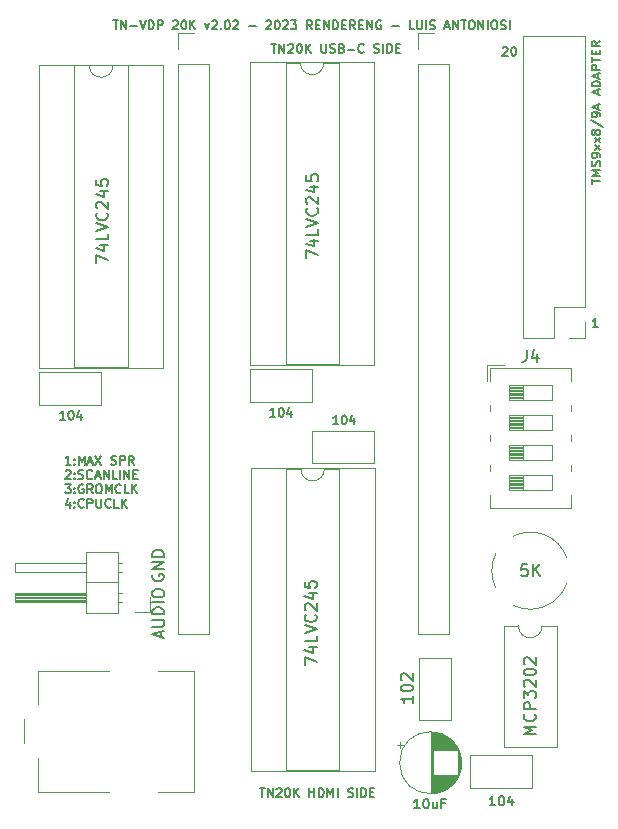
<source format=gbr>
%TF.GenerationSoftware,KiCad,Pcbnew,7.0.1*%
%TF.CreationDate,2023-08-06T16:30:00-07:00*%
%TF.ProjectId,tn_vdp_v3_board,746e5f76-6470-45f7-9633-5f626f617264,rev?*%
%TF.SameCoordinates,Original*%
%TF.FileFunction,Legend,Top*%
%TF.FilePolarity,Positive*%
%FSLAX46Y46*%
G04 Gerber Fmt 4.6, Leading zero omitted, Abs format (unit mm)*
G04 Created by KiCad (PCBNEW 7.0.1) date 2023-08-06 16:30:00*
%MOMM*%
%LPD*%
G01*
G04 APERTURE LIST*
%ADD10C,0.187500*%
%ADD11C,0.150000*%
%ADD12C,0.120000*%
G04 APERTURE END LIST*
D10*
X139571428Y-83263214D02*
X139142857Y-83263214D01*
X139357142Y-83263214D02*
X139357142Y-82513214D01*
X139357142Y-82513214D02*
X139285714Y-82620357D01*
X139285714Y-82620357D02*
X139214285Y-82691785D01*
X139214285Y-82691785D02*
X139142857Y-82727500D01*
X139892857Y-83191785D02*
X139928571Y-83227500D01*
X139928571Y-83227500D02*
X139892857Y-83263214D01*
X139892857Y-83263214D02*
X139857143Y-83227500D01*
X139857143Y-83227500D02*
X139892857Y-83191785D01*
X139892857Y-83191785D02*
X139892857Y-83263214D01*
X139892857Y-82798928D02*
X139928571Y-82834642D01*
X139928571Y-82834642D02*
X139892857Y-82870357D01*
X139892857Y-82870357D02*
X139857143Y-82834642D01*
X139857143Y-82834642D02*
X139892857Y-82798928D01*
X139892857Y-82798928D02*
X139892857Y-82870357D01*
X140250000Y-83263214D02*
X140250000Y-82513214D01*
X140250000Y-82513214D02*
X140500000Y-83048928D01*
X140500000Y-83048928D02*
X140750000Y-82513214D01*
X140750000Y-82513214D02*
X140750000Y-83263214D01*
X141071429Y-83048928D02*
X141428572Y-83048928D01*
X141000000Y-83263214D02*
X141250000Y-82513214D01*
X141250000Y-82513214D02*
X141500000Y-83263214D01*
X141678571Y-82513214D02*
X142178571Y-83263214D01*
X142178571Y-82513214D02*
X141678571Y-83263214D01*
X143000001Y-83227500D02*
X143107144Y-83263214D01*
X143107144Y-83263214D02*
X143285715Y-83263214D01*
X143285715Y-83263214D02*
X143357144Y-83227500D01*
X143357144Y-83227500D02*
X143392858Y-83191785D01*
X143392858Y-83191785D02*
X143428572Y-83120357D01*
X143428572Y-83120357D02*
X143428572Y-83048928D01*
X143428572Y-83048928D02*
X143392858Y-82977500D01*
X143392858Y-82977500D02*
X143357144Y-82941785D01*
X143357144Y-82941785D02*
X143285715Y-82906071D01*
X143285715Y-82906071D02*
X143142858Y-82870357D01*
X143142858Y-82870357D02*
X143071429Y-82834642D01*
X143071429Y-82834642D02*
X143035715Y-82798928D01*
X143035715Y-82798928D02*
X143000001Y-82727500D01*
X143000001Y-82727500D02*
X143000001Y-82656071D01*
X143000001Y-82656071D02*
X143035715Y-82584642D01*
X143035715Y-82584642D02*
X143071429Y-82548928D01*
X143071429Y-82548928D02*
X143142858Y-82513214D01*
X143142858Y-82513214D02*
X143321429Y-82513214D01*
X143321429Y-82513214D02*
X143428572Y-82548928D01*
X143750001Y-83263214D02*
X143750001Y-82513214D01*
X143750001Y-82513214D02*
X144035715Y-82513214D01*
X144035715Y-82513214D02*
X144107144Y-82548928D01*
X144107144Y-82548928D02*
X144142858Y-82584642D01*
X144142858Y-82584642D02*
X144178572Y-82656071D01*
X144178572Y-82656071D02*
X144178572Y-82763214D01*
X144178572Y-82763214D02*
X144142858Y-82834642D01*
X144142858Y-82834642D02*
X144107144Y-82870357D01*
X144107144Y-82870357D02*
X144035715Y-82906071D01*
X144035715Y-82906071D02*
X143750001Y-82906071D01*
X144928572Y-83263214D02*
X144678572Y-82906071D01*
X144500001Y-83263214D02*
X144500001Y-82513214D01*
X144500001Y-82513214D02*
X144785715Y-82513214D01*
X144785715Y-82513214D02*
X144857144Y-82548928D01*
X144857144Y-82548928D02*
X144892858Y-82584642D01*
X144892858Y-82584642D02*
X144928572Y-82656071D01*
X144928572Y-82656071D02*
X144928572Y-82763214D01*
X144928572Y-82763214D02*
X144892858Y-82834642D01*
X144892858Y-82834642D02*
X144857144Y-82870357D01*
X144857144Y-82870357D02*
X144785715Y-82906071D01*
X144785715Y-82906071D02*
X144500001Y-82906071D01*
X139142857Y-83799642D02*
X139178571Y-83763928D01*
X139178571Y-83763928D02*
X139250000Y-83728214D01*
X139250000Y-83728214D02*
X139428571Y-83728214D01*
X139428571Y-83728214D02*
X139500000Y-83763928D01*
X139500000Y-83763928D02*
X139535714Y-83799642D01*
X139535714Y-83799642D02*
X139571428Y-83871071D01*
X139571428Y-83871071D02*
X139571428Y-83942500D01*
X139571428Y-83942500D02*
X139535714Y-84049642D01*
X139535714Y-84049642D02*
X139107142Y-84478214D01*
X139107142Y-84478214D02*
X139571428Y-84478214D01*
X139892857Y-84406785D02*
X139928571Y-84442500D01*
X139928571Y-84442500D02*
X139892857Y-84478214D01*
X139892857Y-84478214D02*
X139857143Y-84442500D01*
X139857143Y-84442500D02*
X139892857Y-84406785D01*
X139892857Y-84406785D02*
X139892857Y-84478214D01*
X139892857Y-84013928D02*
X139928571Y-84049642D01*
X139928571Y-84049642D02*
X139892857Y-84085357D01*
X139892857Y-84085357D02*
X139857143Y-84049642D01*
X139857143Y-84049642D02*
X139892857Y-84013928D01*
X139892857Y-84013928D02*
X139892857Y-84085357D01*
X140214286Y-84442500D02*
X140321429Y-84478214D01*
X140321429Y-84478214D02*
X140500000Y-84478214D01*
X140500000Y-84478214D02*
X140571429Y-84442500D01*
X140571429Y-84442500D02*
X140607143Y-84406785D01*
X140607143Y-84406785D02*
X140642857Y-84335357D01*
X140642857Y-84335357D02*
X140642857Y-84263928D01*
X140642857Y-84263928D02*
X140607143Y-84192500D01*
X140607143Y-84192500D02*
X140571429Y-84156785D01*
X140571429Y-84156785D02*
X140500000Y-84121071D01*
X140500000Y-84121071D02*
X140357143Y-84085357D01*
X140357143Y-84085357D02*
X140285714Y-84049642D01*
X140285714Y-84049642D02*
X140250000Y-84013928D01*
X140250000Y-84013928D02*
X140214286Y-83942500D01*
X140214286Y-83942500D02*
X140214286Y-83871071D01*
X140214286Y-83871071D02*
X140250000Y-83799642D01*
X140250000Y-83799642D02*
X140285714Y-83763928D01*
X140285714Y-83763928D02*
X140357143Y-83728214D01*
X140357143Y-83728214D02*
X140535714Y-83728214D01*
X140535714Y-83728214D02*
X140642857Y-83763928D01*
X141392857Y-84406785D02*
X141357143Y-84442500D01*
X141357143Y-84442500D02*
X141250000Y-84478214D01*
X141250000Y-84478214D02*
X141178572Y-84478214D01*
X141178572Y-84478214D02*
X141071429Y-84442500D01*
X141071429Y-84442500D02*
X141000000Y-84371071D01*
X141000000Y-84371071D02*
X140964286Y-84299642D01*
X140964286Y-84299642D02*
X140928572Y-84156785D01*
X140928572Y-84156785D02*
X140928572Y-84049642D01*
X140928572Y-84049642D02*
X140964286Y-83906785D01*
X140964286Y-83906785D02*
X141000000Y-83835357D01*
X141000000Y-83835357D02*
X141071429Y-83763928D01*
X141071429Y-83763928D02*
X141178572Y-83728214D01*
X141178572Y-83728214D02*
X141250000Y-83728214D01*
X141250000Y-83728214D02*
X141357143Y-83763928D01*
X141357143Y-83763928D02*
X141392857Y-83799642D01*
X141678572Y-84263928D02*
X142035715Y-84263928D01*
X141607143Y-84478214D02*
X141857143Y-83728214D01*
X141857143Y-83728214D02*
X142107143Y-84478214D01*
X142357143Y-84478214D02*
X142357143Y-83728214D01*
X142357143Y-83728214D02*
X142785714Y-84478214D01*
X142785714Y-84478214D02*
X142785714Y-83728214D01*
X143500000Y-84478214D02*
X143142857Y-84478214D01*
X143142857Y-84478214D02*
X143142857Y-83728214D01*
X143750000Y-84478214D02*
X143750000Y-83728214D01*
X144107143Y-84478214D02*
X144107143Y-83728214D01*
X144107143Y-83728214D02*
X144535714Y-84478214D01*
X144535714Y-84478214D02*
X144535714Y-83728214D01*
X144892857Y-84085357D02*
X145142857Y-84085357D01*
X145250000Y-84478214D02*
X144892857Y-84478214D01*
X144892857Y-84478214D02*
X144892857Y-83728214D01*
X144892857Y-83728214D02*
X145250000Y-83728214D01*
X139107142Y-84943214D02*
X139571428Y-84943214D01*
X139571428Y-84943214D02*
X139321428Y-85228928D01*
X139321428Y-85228928D02*
X139428571Y-85228928D01*
X139428571Y-85228928D02*
X139500000Y-85264642D01*
X139500000Y-85264642D02*
X139535714Y-85300357D01*
X139535714Y-85300357D02*
X139571428Y-85371785D01*
X139571428Y-85371785D02*
X139571428Y-85550357D01*
X139571428Y-85550357D02*
X139535714Y-85621785D01*
X139535714Y-85621785D02*
X139500000Y-85657500D01*
X139500000Y-85657500D02*
X139428571Y-85693214D01*
X139428571Y-85693214D02*
X139214285Y-85693214D01*
X139214285Y-85693214D02*
X139142857Y-85657500D01*
X139142857Y-85657500D02*
X139107142Y-85621785D01*
X139892857Y-85621785D02*
X139928571Y-85657500D01*
X139928571Y-85657500D02*
X139892857Y-85693214D01*
X139892857Y-85693214D02*
X139857143Y-85657500D01*
X139857143Y-85657500D02*
X139892857Y-85621785D01*
X139892857Y-85621785D02*
X139892857Y-85693214D01*
X139892857Y-85228928D02*
X139928571Y-85264642D01*
X139928571Y-85264642D02*
X139892857Y-85300357D01*
X139892857Y-85300357D02*
X139857143Y-85264642D01*
X139857143Y-85264642D02*
X139892857Y-85228928D01*
X139892857Y-85228928D02*
X139892857Y-85300357D01*
X140642857Y-84978928D02*
X140571429Y-84943214D01*
X140571429Y-84943214D02*
X140464286Y-84943214D01*
X140464286Y-84943214D02*
X140357143Y-84978928D01*
X140357143Y-84978928D02*
X140285714Y-85050357D01*
X140285714Y-85050357D02*
X140250000Y-85121785D01*
X140250000Y-85121785D02*
X140214286Y-85264642D01*
X140214286Y-85264642D02*
X140214286Y-85371785D01*
X140214286Y-85371785D02*
X140250000Y-85514642D01*
X140250000Y-85514642D02*
X140285714Y-85586071D01*
X140285714Y-85586071D02*
X140357143Y-85657500D01*
X140357143Y-85657500D02*
X140464286Y-85693214D01*
X140464286Y-85693214D02*
X140535714Y-85693214D01*
X140535714Y-85693214D02*
X140642857Y-85657500D01*
X140642857Y-85657500D02*
X140678571Y-85621785D01*
X140678571Y-85621785D02*
X140678571Y-85371785D01*
X140678571Y-85371785D02*
X140535714Y-85371785D01*
X141428571Y-85693214D02*
X141178571Y-85336071D01*
X141000000Y-85693214D02*
X141000000Y-84943214D01*
X141000000Y-84943214D02*
X141285714Y-84943214D01*
X141285714Y-84943214D02*
X141357143Y-84978928D01*
X141357143Y-84978928D02*
X141392857Y-85014642D01*
X141392857Y-85014642D02*
X141428571Y-85086071D01*
X141428571Y-85086071D02*
X141428571Y-85193214D01*
X141428571Y-85193214D02*
X141392857Y-85264642D01*
X141392857Y-85264642D02*
X141357143Y-85300357D01*
X141357143Y-85300357D02*
X141285714Y-85336071D01*
X141285714Y-85336071D02*
X141000000Y-85336071D01*
X141892857Y-84943214D02*
X142035714Y-84943214D01*
X142035714Y-84943214D02*
X142107143Y-84978928D01*
X142107143Y-84978928D02*
X142178571Y-85050357D01*
X142178571Y-85050357D02*
X142214286Y-85193214D01*
X142214286Y-85193214D02*
X142214286Y-85443214D01*
X142214286Y-85443214D02*
X142178571Y-85586071D01*
X142178571Y-85586071D02*
X142107143Y-85657500D01*
X142107143Y-85657500D02*
X142035714Y-85693214D01*
X142035714Y-85693214D02*
X141892857Y-85693214D01*
X141892857Y-85693214D02*
X141821429Y-85657500D01*
X141821429Y-85657500D02*
X141750000Y-85586071D01*
X141750000Y-85586071D02*
X141714286Y-85443214D01*
X141714286Y-85443214D02*
X141714286Y-85193214D01*
X141714286Y-85193214D02*
X141750000Y-85050357D01*
X141750000Y-85050357D02*
X141821429Y-84978928D01*
X141821429Y-84978928D02*
X141892857Y-84943214D01*
X142535714Y-85693214D02*
X142535714Y-84943214D01*
X142535714Y-84943214D02*
X142785714Y-85478928D01*
X142785714Y-85478928D02*
X143035714Y-84943214D01*
X143035714Y-84943214D02*
X143035714Y-85693214D01*
X143821428Y-85621785D02*
X143785714Y-85657500D01*
X143785714Y-85657500D02*
X143678571Y-85693214D01*
X143678571Y-85693214D02*
X143607143Y-85693214D01*
X143607143Y-85693214D02*
X143500000Y-85657500D01*
X143500000Y-85657500D02*
X143428571Y-85586071D01*
X143428571Y-85586071D02*
X143392857Y-85514642D01*
X143392857Y-85514642D02*
X143357143Y-85371785D01*
X143357143Y-85371785D02*
X143357143Y-85264642D01*
X143357143Y-85264642D02*
X143392857Y-85121785D01*
X143392857Y-85121785D02*
X143428571Y-85050357D01*
X143428571Y-85050357D02*
X143500000Y-84978928D01*
X143500000Y-84978928D02*
X143607143Y-84943214D01*
X143607143Y-84943214D02*
X143678571Y-84943214D01*
X143678571Y-84943214D02*
X143785714Y-84978928D01*
X143785714Y-84978928D02*
X143821428Y-85014642D01*
X144500000Y-85693214D02*
X144142857Y-85693214D01*
X144142857Y-85693214D02*
X144142857Y-84943214D01*
X144750000Y-85693214D02*
X144750000Y-84943214D01*
X145178571Y-85693214D02*
X144857143Y-85264642D01*
X145178571Y-84943214D02*
X144750000Y-85371785D01*
X139500000Y-86408214D02*
X139500000Y-86908214D01*
X139321428Y-86122500D02*
X139142857Y-86658214D01*
X139142857Y-86658214D02*
X139607142Y-86658214D01*
X139892857Y-86836785D02*
X139928571Y-86872500D01*
X139928571Y-86872500D02*
X139892857Y-86908214D01*
X139892857Y-86908214D02*
X139857143Y-86872500D01*
X139857143Y-86872500D02*
X139892857Y-86836785D01*
X139892857Y-86836785D02*
X139892857Y-86908214D01*
X139892857Y-86443928D02*
X139928571Y-86479642D01*
X139928571Y-86479642D02*
X139892857Y-86515357D01*
X139892857Y-86515357D02*
X139857143Y-86479642D01*
X139857143Y-86479642D02*
X139892857Y-86443928D01*
X139892857Y-86443928D02*
X139892857Y-86515357D01*
X140678571Y-86836785D02*
X140642857Y-86872500D01*
X140642857Y-86872500D02*
X140535714Y-86908214D01*
X140535714Y-86908214D02*
X140464286Y-86908214D01*
X140464286Y-86908214D02*
X140357143Y-86872500D01*
X140357143Y-86872500D02*
X140285714Y-86801071D01*
X140285714Y-86801071D02*
X140250000Y-86729642D01*
X140250000Y-86729642D02*
X140214286Y-86586785D01*
X140214286Y-86586785D02*
X140214286Y-86479642D01*
X140214286Y-86479642D02*
X140250000Y-86336785D01*
X140250000Y-86336785D02*
X140285714Y-86265357D01*
X140285714Y-86265357D02*
X140357143Y-86193928D01*
X140357143Y-86193928D02*
X140464286Y-86158214D01*
X140464286Y-86158214D02*
X140535714Y-86158214D01*
X140535714Y-86158214D02*
X140642857Y-86193928D01*
X140642857Y-86193928D02*
X140678571Y-86229642D01*
X141000000Y-86908214D02*
X141000000Y-86158214D01*
X141000000Y-86158214D02*
X141285714Y-86158214D01*
X141285714Y-86158214D02*
X141357143Y-86193928D01*
X141357143Y-86193928D02*
X141392857Y-86229642D01*
X141392857Y-86229642D02*
X141428571Y-86301071D01*
X141428571Y-86301071D02*
X141428571Y-86408214D01*
X141428571Y-86408214D02*
X141392857Y-86479642D01*
X141392857Y-86479642D02*
X141357143Y-86515357D01*
X141357143Y-86515357D02*
X141285714Y-86551071D01*
X141285714Y-86551071D02*
X141000000Y-86551071D01*
X141750000Y-86158214D02*
X141750000Y-86765357D01*
X141750000Y-86765357D02*
X141785714Y-86836785D01*
X141785714Y-86836785D02*
X141821429Y-86872500D01*
X141821429Y-86872500D02*
X141892857Y-86908214D01*
X141892857Y-86908214D02*
X142035714Y-86908214D01*
X142035714Y-86908214D02*
X142107143Y-86872500D01*
X142107143Y-86872500D02*
X142142857Y-86836785D01*
X142142857Y-86836785D02*
X142178571Y-86765357D01*
X142178571Y-86765357D02*
X142178571Y-86158214D01*
X142964285Y-86836785D02*
X142928571Y-86872500D01*
X142928571Y-86872500D02*
X142821428Y-86908214D01*
X142821428Y-86908214D02*
X142750000Y-86908214D01*
X142750000Y-86908214D02*
X142642857Y-86872500D01*
X142642857Y-86872500D02*
X142571428Y-86801071D01*
X142571428Y-86801071D02*
X142535714Y-86729642D01*
X142535714Y-86729642D02*
X142500000Y-86586785D01*
X142500000Y-86586785D02*
X142500000Y-86479642D01*
X142500000Y-86479642D02*
X142535714Y-86336785D01*
X142535714Y-86336785D02*
X142571428Y-86265357D01*
X142571428Y-86265357D02*
X142642857Y-86193928D01*
X142642857Y-86193928D02*
X142750000Y-86158214D01*
X142750000Y-86158214D02*
X142821428Y-86158214D01*
X142821428Y-86158214D02*
X142928571Y-86193928D01*
X142928571Y-86193928D02*
X142964285Y-86229642D01*
X143642857Y-86908214D02*
X143285714Y-86908214D01*
X143285714Y-86908214D02*
X143285714Y-86158214D01*
X143892857Y-86908214D02*
X143892857Y-86158214D01*
X144321428Y-86908214D02*
X144000000Y-86479642D01*
X144321428Y-86158214D02*
X143892857Y-86586785D01*
X143160712Y-45658214D02*
X143589284Y-45658214D01*
X143374998Y-46408214D02*
X143374998Y-45658214D01*
X143839284Y-46408214D02*
X143839284Y-45658214D01*
X143839284Y-45658214D02*
X144267855Y-46408214D01*
X144267855Y-46408214D02*
X144267855Y-45658214D01*
X144624998Y-46122500D02*
X145196427Y-46122500D01*
X145446426Y-45658214D02*
X145696426Y-46408214D01*
X145696426Y-46408214D02*
X145946426Y-45658214D01*
X146196426Y-46408214D02*
X146196426Y-45658214D01*
X146196426Y-45658214D02*
X146374997Y-45658214D01*
X146374997Y-45658214D02*
X146482140Y-45693928D01*
X146482140Y-45693928D02*
X146553569Y-45765357D01*
X146553569Y-45765357D02*
X146589283Y-45836785D01*
X146589283Y-45836785D02*
X146624997Y-45979642D01*
X146624997Y-45979642D02*
X146624997Y-46086785D01*
X146624997Y-46086785D02*
X146589283Y-46229642D01*
X146589283Y-46229642D02*
X146553569Y-46301071D01*
X146553569Y-46301071D02*
X146482140Y-46372500D01*
X146482140Y-46372500D02*
X146374997Y-46408214D01*
X146374997Y-46408214D02*
X146196426Y-46408214D01*
X146946426Y-46408214D02*
X146946426Y-45658214D01*
X146946426Y-45658214D02*
X147232140Y-45658214D01*
X147232140Y-45658214D02*
X147303569Y-45693928D01*
X147303569Y-45693928D02*
X147339283Y-45729642D01*
X147339283Y-45729642D02*
X147374997Y-45801071D01*
X147374997Y-45801071D02*
X147374997Y-45908214D01*
X147374997Y-45908214D02*
X147339283Y-45979642D01*
X147339283Y-45979642D02*
X147303569Y-46015357D01*
X147303569Y-46015357D02*
X147232140Y-46051071D01*
X147232140Y-46051071D02*
X146946426Y-46051071D01*
X148232141Y-45729642D02*
X148267855Y-45693928D01*
X148267855Y-45693928D02*
X148339284Y-45658214D01*
X148339284Y-45658214D02*
X148517855Y-45658214D01*
X148517855Y-45658214D02*
X148589284Y-45693928D01*
X148589284Y-45693928D02*
X148624998Y-45729642D01*
X148624998Y-45729642D02*
X148660712Y-45801071D01*
X148660712Y-45801071D02*
X148660712Y-45872500D01*
X148660712Y-45872500D02*
X148624998Y-45979642D01*
X148624998Y-45979642D02*
X148196426Y-46408214D01*
X148196426Y-46408214D02*
X148660712Y-46408214D01*
X149124998Y-45658214D02*
X149196427Y-45658214D01*
X149196427Y-45658214D02*
X149267855Y-45693928D01*
X149267855Y-45693928D02*
X149303570Y-45729642D01*
X149303570Y-45729642D02*
X149339284Y-45801071D01*
X149339284Y-45801071D02*
X149374998Y-45943928D01*
X149374998Y-45943928D02*
X149374998Y-46122500D01*
X149374998Y-46122500D02*
X149339284Y-46265357D01*
X149339284Y-46265357D02*
X149303570Y-46336785D01*
X149303570Y-46336785D02*
X149267855Y-46372500D01*
X149267855Y-46372500D02*
X149196427Y-46408214D01*
X149196427Y-46408214D02*
X149124998Y-46408214D01*
X149124998Y-46408214D02*
X149053570Y-46372500D01*
X149053570Y-46372500D02*
X149017855Y-46336785D01*
X149017855Y-46336785D02*
X148982141Y-46265357D01*
X148982141Y-46265357D02*
X148946427Y-46122500D01*
X148946427Y-46122500D02*
X148946427Y-45943928D01*
X148946427Y-45943928D02*
X148982141Y-45801071D01*
X148982141Y-45801071D02*
X149017855Y-45729642D01*
X149017855Y-45729642D02*
X149053570Y-45693928D01*
X149053570Y-45693928D02*
X149124998Y-45658214D01*
X149696427Y-46408214D02*
X149696427Y-45658214D01*
X150124998Y-46408214D02*
X149803570Y-45979642D01*
X150124998Y-45658214D02*
X149696427Y-46086785D01*
X150946427Y-45908214D02*
X151124999Y-46408214D01*
X151124999Y-46408214D02*
X151303570Y-45908214D01*
X151553571Y-45729642D02*
X151589285Y-45693928D01*
X151589285Y-45693928D02*
X151660714Y-45658214D01*
X151660714Y-45658214D02*
X151839285Y-45658214D01*
X151839285Y-45658214D02*
X151910714Y-45693928D01*
X151910714Y-45693928D02*
X151946428Y-45729642D01*
X151946428Y-45729642D02*
X151982142Y-45801071D01*
X151982142Y-45801071D02*
X151982142Y-45872500D01*
X151982142Y-45872500D02*
X151946428Y-45979642D01*
X151946428Y-45979642D02*
X151517856Y-46408214D01*
X151517856Y-46408214D02*
X151982142Y-46408214D01*
X152303571Y-46336785D02*
X152339285Y-46372500D01*
X152339285Y-46372500D02*
X152303571Y-46408214D01*
X152303571Y-46408214D02*
X152267857Y-46372500D01*
X152267857Y-46372500D02*
X152303571Y-46336785D01*
X152303571Y-46336785D02*
X152303571Y-46408214D01*
X152803571Y-45658214D02*
X152875000Y-45658214D01*
X152875000Y-45658214D02*
X152946428Y-45693928D01*
X152946428Y-45693928D02*
X152982143Y-45729642D01*
X152982143Y-45729642D02*
X153017857Y-45801071D01*
X153017857Y-45801071D02*
X153053571Y-45943928D01*
X153053571Y-45943928D02*
X153053571Y-46122500D01*
X153053571Y-46122500D02*
X153017857Y-46265357D01*
X153017857Y-46265357D02*
X152982143Y-46336785D01*
X152982143Y-46336785D02*
X152946428Y-46372500D01*
X152946428Y-46372500D02*
X152875000Y-46408214D01*
X152875000Y-46408214D02*
X152803571Y-46408214D01*
X152803571Y-46408214D02*
X152732143Y-46372500D01*
X152732143Y-46372500D02*
X152696428Y-46336785D01*
X152696428Y-46336785D02*
X152660714Y-46265357D01*
X152660714Y-46265357D02*
X152625000Y-46122500D01*
X152625000Y-46122500D02*
X152625000Y-45943928D01*
X152625000Y-45943928D02*
X152660714Y-45801071D01*
X152660714Y-45801071D02*
X152696428Y-45729642D01*
X152696428Y-45729642D02*
X152732143Y-45693928D01*
X152732143Y-45693928D02*
X152803571Y-45658214D01*
X153339286Y-45729642D02*
X153375000Y-45693928D01*
X153375000Y-45693928D02*
X153446429Y-45658214D01*
X153446429Y-45658214D02*
X153625000Y-45658214D01*
X153625000Y-45658214D02*
X153696429Y-45693928D01*
X153696429Y-45693928D02*
X153732143Y-45729642D01*
X153732143Y-45729642D02*
X153767857Y-45801071D01*
X153767857Y-45801071D02*
X153767857Y-45872500D01*
X153767857Y-45872500D02*
X153732143Y-45979642D01*
X153732143Y-45979642D02*
X153303571Y-46408214D01*
X153303571Y-46408214D02*
X153767857Y-46408214D01*
X154660715Y-46122500D02*
X155232144Y-46122500D01*
X156125001Y-45729642D02*
X156160715Y-45693928D01*
X156160715Y-45693928D02*
X156232144Y-45658214D01*
X156232144Y-45658214D02*
X156410715Y-45658214D01*
X156410715Y-45658214D02*
X156482144Y-45693928D01*
X156482144Y-45693928D02*
X156517858Y-45729642D01*
X156517858Y-45729642D02*
X156553572Y-45801071D01*
X156553572Y-45801071D02*
X156553572Y-45872500D01*
X156553572Y-45872500D02*
X156517858Y-45979642D01*
X156517858Y-45979642D02*
X156089286Y-46408214D01*
X156089286Y-46408214D02*
X156553572Y-46408214D01*
X157017858Y-45658214D02*
X157089287Y-45658214D01*
X157089287Y-45658214D02*
X157160715Y-45693928D01*
X157160715Y-45693928D02*
X157196430Y-45729642D01*
X157196430Y-45729642D02*
X157232144Y-45801071D01*
X157232144Y-45801071D02*
X157267858Y-45943928D01*
X157267858Y-45943928D02*
X157267858Y-46122500D01*
X157267858Y-46122500D02*
X157232144Y-46265357D01*
X157232144Y-46265357D02*
X157196430Y-46336785D01*
X157196430Y-46336785D02*
X157160715Y-46372500D01*
X157160715Y-46372500D02*
X157089287Y-46408214D01*
X157089287Y-46408214D02*
X157017858Y-46408214D01*
X157017858Y-46408214D02*
X156946430Y-46372500D01*
X156946430Y-46372500D02*
X156910715Y-46336785D01*
X156910715Y-46336785D02*
X156875001Y-46265357D01*
X156875001Y-46265357D02*
X156839287Y-46122500D01*
X156839287Y-46122500D02*
X156839287Y-45943928D01*
X156839287Y-45943928D02*
X156875001Y-45801071D01*
X156875001Y-45801071D02*
X156910715Y-45729642D01*
X156910715Y-45729642D02*
X156946430Y-45693928D01*
X156946430Y-45693928D02*
X157017858Y-45658214D01*
X157553573Y-45729642D02*
X157589287Y-45693928D01*
X157589287Y-45693928D02*
X157660716Y-45658214D01*
X157660716Y-45658214D02*
X157839287Y-45658214D01*
X157839287Y-45658214D02*
X157910716Y-45693928D01*
X157910716Y-45693928D02*
X157946430Y-45729642D01*
X157946430Y-45729642D02*
X157982144Y-45801071D01*
X157982144Y-45801071D02*
X157982144Y-45872500D01*
X157982144Y-45872500D02*
X157946430Y-45979642D01*
X157946430Y-45979642D02*
X157517858Y-46408214D01*
X157517858Y-46408214D02*
X157982144Y-46408214D01*
X158232144Y-45658214D02*
X158696430Y-45658214D01*
X158696430Y-45658214D02*
X158446430Y-45943928D01*
X158446430Y-45943928D02*
X158553573Y-45943928D01*
X158553573Y-45943928D02*
X158625002Y-45979642D01*
X158625002Y-45979642D02*
X158660716Y-46015357D01*
X158660716Y-46015357D02*
X158696430Y-46086785D01*
X158696430Y-46086785D02*
X158696430Y-46265357D01*
X158696430Y-46265357D02*
X158660716Y-46336785D01*
X158660716Y-46336785D02*
X158625002Y-46372500D01*
X158625002Y-46372500D02*
X158553573Y-46408214D01*
X158553573Y-46408214D02*
X158339287Y-46408214D01*
X158339287Y-46408214D02*
X158267859Y-46372500D01*
X158267859Y-46372500D02*
X158232144Y-46336785D01*
X160017859Y-46408214D02*
X159767859Y-46051071D01*
X159589288Y-46408214D02*
X159589288Y-45658214D01*
X159589288Y-45658214D02*
X159875002Y-45658214D01*
X159875002Y-45658214D02*
X159946431Y-45693928D01*
X159946431Y-45693928D02*
X159982145Y-45729642D01*
X159982145Y-45729642D02*
X160017859Y-45801071D01*
X160017859Y-45801071D02*
X160017859Y-45908214D01*
X160017859Y-45908214D02*
X159982145Y-45979642D01*
X159982145Y-45979642D02*
X159946431Y-46015357D01*
X159946431Y-46015357D02*
X159875002Y-46051071D01*
X159875002Y-46051071D02*
X159589288Y-46051071D01*
X160339288Y-46015357D02*
X160589288Y-46015357D01*
X160696431Y-46408214D02*
X160339288Y-46408214D01*
X160339288Y-46408214D02*
X160339288Y-45658214D01*
X160339288Y-45658214D02*
X160696431Y-45658214D01*
X161017859Y-46408214D02*
X161017859Y-45658214D01*
X161017859Y-45658214D02*
X161446430Y-46408214D01*
X161446430Y-46408214D02*
X161446430Y-45658214D01*
X161803573Y-46408214D02*
X161803573Y-45658214D01*
X161803573Y-45658214D02*
X161982144Y-45658214D01*
X161982144Y-45658214D02*
X162089287Y-45693928D01*
X162089287Y-45693928D02*
X162160716Y-45765357D01*
X162160716Y-45765357D02*
X162196430Y-45836785D01*
X162196430Y-45836785D02*
X162232144Y-45979642D01*
X162232144Y-45979642D02*
X162232144Y-46086785D01*
X162232144Y-46086785D02*
X162196430Y-46229642D01*
X162196430Y-46229642D02*
X162160716Y-46301071D01*
X162160716Y-46301071D02*
X162089287Y-46372500D01*
X162089287Y-46372500D02*
X161982144Y-46408214D01*
X161982144Y-46408214D02*
X161803573Y-46408214D01*
X162553573Y-46015357D02*
X162803573Y-46015357D01*
X162910716Y-46408214D02*
X162553573Y-46408214D01*
X162553573Y-46408214D02*
X162553573Y-45658214D01*
X162553573Y-45658214D02*
X162910716Y-45658214D01*
X163660715Y-46408214D02*
X163410715Y-46051071D01*
X163232144Y-46408214D02*
X163232144Y-45658214D01*
X163232144Y-45658214D02*
X163517858Y-45658214D01*
X163517858Y-45658214D02*
X163589287Y-45693928D01*
X163589287Y-45693928D02*
X163625001Y-45729642D01*
X163625001Y-45729642D02*
X163660715Y-45801071D01*
X163660715Y-45801071D02*
X163660715Y-45908214D01*
X163660715Y-45908214D02*
X163625001Y-45979642D01*
X163625001Y-45979642D02*
X163589287Y-46015357D01*
X163589287Y-46015357D02*
X163517858Y-46051071D01*
X163517858Y-46051071D02*
X163232144Y-46051071D01*
X163982144Y-46015357D02*
X164232144Y-46015357D01*
X164339287Y-46408214D02*
X163982144Y-46408214D01*
X163982144Y-46408214D02*
X163982144Y-45658214D01*
X163982144Y-45658214D02*
X164339287Y-45658214D01*
X164660715Y-46408214D02*
X164660715Y-45658214D01*
X164660715Y-45658214D02*
X165089286Y-46408214D01*
X165089286Y-46408214D02*
X165089286Y-45658214D01*
X165839286Y-45693928D02*
X165767858Y-45658214D01*
X165767858Y-45658214D02*
X165660715Y-45658214D01*
X165660715Y-45658214D02*
X165553572Y-45693928D01*
X165553572Y-45693928D02*
X165482143Y-45765357D01*
X165482143Y-45765357D02*
X165446429Y-45836785D01*
X165446429Y-45836785D02*
X165410715Y-45979642D01*
X165410715Y-45979642D02*
X165410715Y-46086785D01*
X165410715Y-46086785D02*
X165446429Y-46229642D01*
X165446429Y-46229642D02*
X165482143Y-46301071D01*
X165482143Y-46301071D02*
X165553572Y-46372500D01*
X165553572Y-46372500D02*
X165660715Y-46408214D01*
X165660715Y-46408214D02*
X165732143Y-46408214D01*
X165732143Y-46408214D02*
X165839286Y-46372500D01*
X165839286Y-46372500D02*
X165875000Y-46336785D01*
X165875000Y-46336785D02*
X165875000Y-46086785D01*
X165875000Y-46086785D02*
X165732143Y-46086785D01*
X166767858Y-46122500D02*
X167339287Y-46122500D01*
X168625001Y-46408214D02*
X168267858Y-46408214D01*
X168267858Y-46408214D02*
X168267858Y-45658214D01*
X168875001Y-45658214D02*
X168875001Y-46265357D01*
X168875001Y-46265357D02*
X168910715Y-46336785D01*
X168910715Y-46336785D02*
X168946430Y-46372500D01*
X168946430Y-46372500D02*
X169017858Y-46408214D01*
X169017858Y-46408214D02*
X169160715Y-46408214D01*
X169160715Y-46408214D02*
X169232144Y-46372500D01*
X169232144Y-46372500D02*
X169267858Y-46336785D01*
X169267858Y-46336785D02*
X169303572Y-46265357D01*
X169303572Y-46265357D02*
X169303572Y-45658214D01*
X169660715Y-46408214D02*
X169660715Y-45658214D01*
X169982144Y-46372500D02*
X170089287Y-46408214D01*
X170089287Y-46408214D02*
X170267858Y-46408214D01*
X170267858Y-46408214D02*
X170339287Y-46372500D01*
X170339287Y-46372500D02*
X170375001Y-46336785D01*
X170375001Y-46336785D02*
X170410715Y-46265357D01*
X170410715Y-46265357D02*
X170410715Y-46193928D01*
X170410715Y-46193928D02*
X170375001Y-46122500D01*
X170375001Y-46122500D02*
X170339287Y-46086785D01*
X170339287Y-46086785D02*
X170267858Y-46051071D01*
X170267858Y-46051071D02*
X170125001Y-46015357D01*
X170125001Y-46015357D02*
X170053572Y-45979642D01*
X170053572Y-45979642D02*
X170017858Y-45943928D01*
X170017858Y-45943928D02*
X169982144Y-45872500D01*
X169982144Y-45872500D02*
X169982144Y-45801071D01*
X169982144Y-45801071D02*
X170017858Y-45729642D01*
X170017858Y-45729642D02*
X170053572Y-45693928D01*
X170053572Y-45693928D02*
X170125001Y-45658214D01*
X170125001Y-45658214D02*
X170303572Y-45658214D01*
X170303572Y-45658214D02*
X170410715Y-45693928D01*
X171267859Y-46193928D02*
X171625002Y-46193928D01*
X171196430Y-46408214D02*
X171446430Y-45658214D01*
X171446430Y-45658214D02*
X171696430Y-46408214D01*
X171946430Y-46408214D02*
X171946430Y-45658214D01*
X171946430Y-45658214D02*
X172375001Y-46408214D01*
X172375001Y-46408214D02*
X172375001Y-45658214D01*
X172625001Y-45658214D02*
X173053573Y-45658214D01*
X172839287Y-46408214D02*
X172839287Y-45658214D01*
X173446430Y-45658214D02*
X173589287Y-45658214D01*
X173589287Y-45658214D02*
X173660716Y-45693928D01*
X173660716Y-45693928D02*
X173732144Y-45765357D01*
X173732144Y-45765357D02*
X173767859Y-45908214D01*
X173767859Y-45908214D02*
X173767859Y-46158214D01*
X173767859Y-46158214D02*
X173732144Y-46301071D01*
X173732144Y-46301071D02*
X173660716Y-46372500D01*
X173660716Y-46372500D02*
X173589287Y-46408214D01*
X173589287Y-46408214D02*
X173446430Y-46408214D01*
X173446430Y-46408214D02*
X173375002Y-46372500D01*
X173375002Y-46372500D02*
X173303573Y-46301071D01*
X173303573Y-46301071D02*
X173267859Y-46158214D01*
X173267859Y-46158214D02*
X173267859Y-45908214D01*
X173267859Y-45908214D02*
X173303573Y-45765357D01*
X173303573Y-45765357D02*
X173375002Y-45693928D01*
X173375002Y-45693928D02*
X173446430Y-45658214D01*
X174089287Y-46408214D02*
X174089287Y-45658214D01*
X174089287Y-45658214D02*
X174517858Y-46408214D01*
X174517858Y-46408214D02*
X174517858Y-45658214D01*
X174875001Y-46408214D02*
X174875001Y-45658214D01*
X175375001Y-45658214D02*
X175517858Y-45658214D01*
X175517858Y-45658214D02*
X175589287Y-45693928D01*
X175589287Y-45693928D02*
X175660715Y-45765357D01*
X175660715Y-45765357D02*
X175696430Y-45908214D01*
X175696430Y-45908214D02*
X175696430Y-46158214D01*
X175696430Y-46158214D02*
X175660715Y-46301071D01*
X175660715Y-46301071D02*
X175589287Y-46372500D01*
X175589287Y-46372500D02*
X175517858Y-46408214D01*
X175517858Y-46408214D02*
X175375001Y-46408214D01*
X175375001Y-46408214D02*
X175303573Y-46372500D01*
X175303573Y-46372500D02*
X175232144Y-46301071D01*
X175232144Y-46301071D02*
X175196430Y-46158214D01*
X175196430Y-46158214D02*
X175196430Y-45908214D01*
X175196430Y-45908214D02*
X175232144Y-45765357D01*
X175232144Y-45765357D02*
X175303573Y-45693928D01*
X175303573Y-45693928D02*
X175375001Y-45658214D01*
X175982144Y-46372500D02*
X176089287Y-46408214D01*
X176089287Y-46408214D02*
X176267858Y-46408214D01*
X176267858Y-46408214D02*
X176339287Y-46372500D01*
X176339287Y-46372500D02*
X176375001Y-46336785D01*
X176375001Y-46336785D02*
X176410715Y-46265357D01*
X176410715Y-46265357D02*
X176410715Y-46193928D01*
X176410715Y-46193928D02*
X176375001Y-46122500D01*
X176375001Y-46122500D02*
X176339287Y-46086785D01*
X176339287Y-46086785D02*
X176267858Y-46051071D01*
X176267858Y-46051071D02*
X176125001Y-46015357D01*
X176125001Y-46015357D02*
X176053572Y-45979642D01*
X176053572Y-45979642D02*
X176017858Y-45943928D01*
X176017858Y-45943928D02*
X175982144Y-45872500D01*
X175982144Y-45872500D02*
X175982144Y-45801071D01*
X175982144Y-45801071D02*
X176017858Y-45729642D01*
X176017858Y-45729642D02*
X176053572Y-45693928D01*
X176053572Y-45693928D02*
X176125001Y-45658214D01*
X176125001Y-45658214D02*
X176303572Y-45658214D01*
X176303572Y-45658214D02*
X176410715Y-45693928D01*
X176732144Y-46408214D02*
X176732144Y-45658214D01*
X156571428Y-47658214D02*
X157000000Y-47658214D01*
X156785714Y-48408214D02*
X156785714Y-47658214D01*
X157250000Y-48408214D02*
X157250000Y-47658214D01*
X157250000Y-47658214D02*
X157678571Y-48408214D01*
X157678571Y-48408214D02*
X157678571Y-47658214D01*
X158000000Y-47729642D02*
X158035714Y-47693928D01*
X158035714Y-47693928D02*
X158107143Y-47658214D01*
X158107143Y-47658214D02*
X158285714Y-47658214D01*
X158285714Y-47658214D02*
X158357143Y-47693928D01*
X158357143Y-47693928D02*
X158392857Y-47729642D01*
X158392857Y-47729642D02*
X158428571Y-47801071D01*
X158428571Y-47801071D02*
X158428571Y-47872500D01*
X158428571Y-47872500D02*
X158392857Y-47979642D01*
X158392857Y-47979642D02*
X157964285Y-48408214D01*
X157964285Y-48408214D02*
X158428571Y-48408214D01*
X158892857Y-47658214D02*
X158964286Y-47658214D01*
X158964286Y-47658214D02*
X159035714Y-47693928D01*
X159035714Y-47693928D02*
X159071429Y-47729642D01*
X159071429Y-47729642D02*
X159107143Y-47801071D01*
X159107143Y-47801071D02*
X159142857Y-47943928D01*
X159142857Y-47943928D02*
X159142857Y-48122500D01*
X159142857Y-48122500D02*
X159107143Y-48265357D01*
X159107143Y-48265357D02*
X159071429Y-48336785D01*
X159071429Y-48336785D02*
X159035714Y-48372500D01*
X159035714Y-48372500D02*
X158964286Y-48408214D01*
X158964286Y-48408214D02*
X158892857Y-48408214D01*
X158892857Y-48408214D02*
X158821429Y-48372500D01*
X158821429Y-48372500D02*
X158785714Y-48336785D01*
X158785714Y-48336785D02*
X158750000Y-48265357D01*
X158750000Y-48265357D02*
X158714286Y-48122500D01*
X158714286Y-48122500D02*
X158714286Y-47943928D01*
X158714286Y-47943928D02*
X158750000Y-47801071D01*
X158750000Y-47801071D02*
X158785714Y-47729642D01*
X158785714Y-47729642D02*
X158821429Y-47693928D01*
X158821429Y-47693928D02*
X158892857Y-47658214D01*
X159464286Y-48408214D02*
X159464286Y-47658214D01*
X159892857Y-48408214D02*
X159571429Y-47979642D01*
X159892857Y-47658214D02*
X159464286Y-48086785D01*
X160785715Y-47658214D02*
X160785715Y-48265357D01*
X160785715Y-48265357D02*
X160821429Y-48336785D01*
X160821429Y-48336785D02*
X160857144Y-48372500D01*
X160857144Y-48372500D02*
X160928572Y-48408214D01*
X160928572Y-48408214D02*
X161071429Y-48408214D01*
X161071429Y-48408214D02*
X161142858Y-48372500D01*
X161142858Y-48372500D02*
X161178572Y-48336785D01*
X161178572Y-48336785D02*
X161214286Y-48265357D01*
X161214286Y-48265357D02*
X161214286Y-47658214D01*
X161535715Y-48372500D02*
X161642858Y-48408214D01*
X161642858Y-48408214D02*
X161821429Y-48408214D01*
X161821429Y-48408214D02*
X161892858Y-48372500D01*
X161892858Y-48372500D02*
X161928572Y-48336785D01*
X161928572Y-48336785D02*
X161964286Y-48265357D01*
X161964286Y-48265357D02*
X161964286Y-48193928D01*
X161964286Y-48193928D02*
X161928572Y-48122500D01*
X161928572Y-48122500D02*
X161892858Y-48086785D01*
X161892858Y-48086785D02*
X161821429Y-48051071D01*
X161821429Y-48051071D02*
X161678572Y-48015357D01*
X161678572Y-48015357D02*
X161607143Y-47979642D01*
X161607143Y-47979642D02*
X161571429Y-47943928D01*
X161571429Y-47943928D02*
X161535715Y-47872500D01*
X161535715Y-47872500D02*
X161535715Y-47801071D01*
X161535715Y-47801071D02*
X161571429Y-47729642D01*
X161571429Y-47729642D02*
X161607143Y-47693928D01*
X161607143Y-47693928D02*
X161678572Y-47658214D01*
X161678572Y-47658214D02*
X161857143Y-47658214D01*
X161857143Y-47658214D02*
X161964286Y-47693928D01*
X162535715Y-48015357D02*
X162642858Y-48051071D01*
X162642858Y-48051071D02*
X162678572Y-48086785D01*
X162678572Y-48086785D02*
X162714286Y-48158214D01*
X162714286Y-48158214D02*
X162714286Y-48265357D01*
X162714286Y-48265357D02*
X162678572Y-48336785D01*
X162678572Y-48336785D02*
X162642858Y-48372500D01*
X162642858Y-48372500D02*
X162571429Y-48408214D01*
X162571429Y-48408214D02*
X162285715Y-48408214D01*
X162285715Y-48408214D02*
X162285715Y-47658214D01*
X162285715Y-47658214D02*
X162535715Y-47658214D01*
X162535715Y-47658214D02*
X162607144Y-47693928D01*
X162607144Y-47693928D02*
X162642858Y-47729642D01*
X162642858Y-47729642D02*
X162678572Y-47801071D01*
X162678572Y-47801071D02*
X162678572Y-47872500D01*
X162678572Y-47872500D02*
X162642858Y-47943928D01*
X162642858Y-47943928D02*
X162607144Y-47979642D01*
X162607144Y-47979642D02*
X162535715Y-48015357D01*
X162535715Y-48015357D02*
X162285715Y-48015357D01*
X163035715Y-48122500D02*
X163607144Y-48122500D01*
X164392857Y-48336785D02*
X164357143Y-48372500D01*
X164357143Y-48372500D02*
X164250000Y-48408214D01*
X164250000Y-48408214D02*
X164178572Y-48408214D01*
X164178572Y-48408214D02*
X164071429Y-48372500D01*
X164071429Y-48372500D02*
X164000000Y-48301071D01*
X164000000Y-48301071D02*
X163964286Y-48229642D01*
X163964286Y-48229642D02*
X163928572Y-48086785D01*
X163928572Y-48086785D02*
X163928572Y-47979642D01*
X163928572Y-47979642D02*
X163964286Y-47836785D01*
X163964286Y-47836785D02*
X164000000Y-47765357D01*
X164000000Y-47765357D02*
X164071429Y-47693928D01*
X164071429Y-47693928D02*
X164178572Y-47658214D01*
X164178572Y-47658214D02*
X164250000Y-47658214D01*
X164250000Y-47658214D02*
X164357143Y-47693928D01*
X164357143Y-47693928D02*
X164392857Y-47729642D01*
X165250001Y-48372500D02*
X165357144Y-48408214D01*
X165357144Y-48408214D02*
X165535715Y-48408214D01*
X165535715Y-48408214D02*
X165607144Y-48372500D01*
X165607144Y-48372500D02*
X165642858Y-48336785D01*
X165642858Y-48336785D02*
X165678572Y-48265357D01*
X165678572Y-48265357D02*
X165678572Y-48193928D01*
X165678572Y-48193928D02*
X165642858Y-48122500D01*
X165642858Y-48122500D02*
X165607144Y-48086785D01*
X165607144Y-48086785D02*
X165535715Y-48051071D01*
X165535715Y-48051071D02*
X165392858Y-48015357D01*
X165392858Y-48015357D02*
X165321429Y-47979642D01*
X165321429Y-47979642D02*
X165285715Y-47943928D01*
X165285715Y-47943928D02*
X165250001Y-47872500D01*
X165250001Y-47872500D02*
X165250001Y-47801071D01*
X165250001Y-47801071D02*
X165285715Y-47729642D01*
X165285715Y-47729642D02*
X165321429Y-47693928D01*
X165321429Y-47693928D02*
X165392858Y-47658214D01*
X165392858Y-47658214D02*
X165571429Y-47658214D01*
X165571429Y-47658214D02*
X165678572Y-47693928D01*
X166000001Y-48408214D02*
X166000001Y-47658214D01*
X166357144Y-48408214D02*
X166357144Y-47658214D01*
X166357144Y-47658214D02*
X166535715Y-47658214D01*
X166535715Y-47658214D02*
X166642858Y-47693928D01*
X166642858Y-47693928D02*
X166714287Y-47765357D01*
X166714287Y-47765357D02*
X166750001Y-47836785D01*
X166750001Y-47836785D02*
X166785715Y-47979642D01*
X166785715Y-47979642D02*
X166785715Y-48086785D01*
X166785715Y-48086785D02*
X166750001Y-48229642D01*
X166750001Y-48229642D02*
X166714287Y-48301071D01*
X166714287Y-48301071D02*
X166642858Y-48372500D01*
X166642858Y-48372500D02*
X166535715Y-48408214D01*
X166535715Y-48408214D02*
X166357144Y-48408214D01*
X167107144Y-48015357D02*
X167357144Y-48015357D01*
X167464287Y-48408214D02*
X167107144Y-48408214D01*
X167107144Y-48408214D02*
X167107144Y-47658214D01*
X167107144Y-47658214D02*
X167464287Y-47658214D01*
X155571428Y-110658214D02*
X156000000Y-110658214D01*
X155785714Y-111408214D02*
X155785714Y-110658214D01*
X156250000Y-111408214D02*
X156250000Y-110658214D01*
X156250000Y-110658214D02*
X156678571Y-111408214D01*
X156678571Y-111408214D02*
X156678571Y-110658214D01*
X157000000Y-110729642D02*
X157035714Y-110693928D01*
X157035714Y-110693928D02*
X157107143Y-110658214D01*
X157107143Y-110658214D02*
X157285714Y-110658214D01*
X157285714Y-110658214D02*
X157357143Y-110693928D01*
X157357143Y-110693928D02*
X157392857Y-110729642D01*
X157392857Y-110729642D02*
X157428571Y-110801071D01*
X157428571Y-110801071D02*
X157428571Y-110872500D01*
X157428571Y-110872500D02*
X157392857Y-110979642D01*
X157392857Y-110979642D02*
X156964285Y-111408214D01*
X156964285Y-111408214D02*
X157428571Y-111408214D01*
X157892857Y-110658214D02*
X157964286Y-110658214D01*
X157964286Y-110658214D02*
X158035714Y-110693928D01*
X158035714Y-110693928D02*
X158071429Y-110729642D01*
X158071429Y-110729642D02*
X158107143Y-110801071D01*
X158107143Y-110801071D02*
X158142857Y-110943928D01*
X158142857Y-110943928D02*
X158142857Y-111122500D01*
X158142857Y-111122500D02*
X158107143Y-111265357D01*
X158107143Y-111265357D02*
X158071429Y-111336785D01*
X158071429Y-111336785D02*
X158035714Y-111372500D01*
X158035714Y-111372500D02*
X157964286Y-111408214D01*
X157964286Y-111408214D02*
X157892857Y-111408214D01*
X157892857Y-111408214D02*
X157821429Y-111372500D01*
X157821429Y-111372500D02*
X157785714Y-111336785D01*
X157785714Y-111336785D02*
X157750000Y-111265357D01*
X157750000Y-111265357D02*
X157714286Y-111122500D01*
X157714286Y-111122500D02*
X157714286Y-110943928D01*
X157714286Y-110943928D02*
X157750000Y-110801071D01*
X157750000Y-110801071D02*
X157785714Y-110729642D01*
X157785714Y-110729642D02*
X157821429Y-110693928D01*
X157821429Y-110693928D02*
X157892857Y-110658214D01*
X158464286Y-111408214D02*
X158464286Y-110658214D01*
X158892857Y-111408214D02*
X158571429Y-110979642D01*
X158892857Y-110658214D02*
X158464286Y-111086785D01*
X159785715Y-111408214D02*
X159785715Y-110658214D01*
X159785715Y-111015357D02*
X160214286Y-111015357D01*
X160214286Y-111408214D02*
X160214286Y-110658214D01*
X160571429Y-111408214D02*
X160571429Y-110658214D01*
X160571429Y-110658214D02*
X160750000Y-110658214D01*
X160750000Y-110658214D02*
X160857143Y-110693928D01*
X160857143Y-110693928D02*
X160928572Y-110765357D01*
X160928572Y-110765357D02*
X160964286Y-110836785D01*
X160964286Y-110836785D02*
X161000000Y-110979642D01*
X161000000Y-110979642D02*
X161000000Y-111086785D01*
X161000000Y-111086785D02*
X160964286Y-111229642D01*
X160964286Y-111229642D02*
X160928572Y-111301071D01*
X160928572Y-111301071D02*
X160857143Y-111372500D01*
X160857143Y-111372500D02*
X160750000Y-111408214D01*
X160750000Y-111408214D02*
X160571429Y-111408214D01*
X161321429Y-111408214D02*
X161321429Y-110658214D01*
X161321429Y-110658214D02*
X161571429Y-111193928D01*
X161571429Y-111193928D02*
X161821429Y-110658214D01*
X161821429Y-110658214D02*
X161821429Y-111408214D01*
X162178572Y-111408214D02*
X162178572Y-110658214D01*
X163071430Y-111372500D02*
X163178573Y-111408214D01*
X163178573Y-111408214D02*
X163357144Y-111408214D01*
X163357144Y-111408214D02*
X163428573Y-111372500D01*
X163428573Y-111372500D02*
X163464287Y-111336785D01*
X163464287Y-111336785D02*
X163500001Y-111265357D01*
X163500001Y-111265357D02*
X163500001Y-111193928D01*
X163500001Y-111193928D02*
X163464287Y-111122500D01*
X163464287Y-111122500D02*
X163428573Y-111086785D01*
X163428573Y-111086785D02*
X163357144Y-111051071D01*
X163357144Y-111051071D02*
X163214287Y-111015357D01*
X163214287Y-111015357D02*
X163142858Y-110979642D01*
X163142858Y-110979642D02*
X163107144Y-110943928D01*
X163107144Y-110943928D02*
X163071430Y-110872500D01*
X163071430Y-110872500D02*
X163071430Y-110801071D01*
X163071430Y-110801071D02*
X163107144Y-110729642D01*
X163107144Y-110729642D02*
X163142858Y-110693928D01*
X163142858Y-110693928D02*
X163214287Y-110658214D01*
X163214287Y-110658214D02*
X163392858Y-110658214D01*
X163392858Y-110658214D02*
X163500001Y-110693928D01*
X163821430Y-111408214D02*
X163821430Y-110658214D01*
X164178573Y-111408214D02*
X164178573Y-110658214D01*
X164178573Y-110658214D02*
X164357144Y-110658214D01*
X164357144Y-110658214D02*
X164464287Y-110693928D01*
X164464287Y-110693928D02*
X164535716Y-110765357D01*
X164535716Y-110765357D02*
X164571430Y-110836785D01*
X164571430Y-110836785D02*
X164607144Y-110979642D01*
X164607144Y-110979642D02*
X164607144Y-111086785D01*
X164607144Y-111086785D02*
X164571430Y-111229642D01*
X164571430Y-111229642D02*
X164535716Y-111301071D01*
X164535716Y-111301071D02*
X164464287Y-111372500D01*
X164464287Y-111372500D02*
X164357144Y-111408214D01*
X164357144Y-111408214D02*
X164178573Y-111408214D01*
X164928573Y-111015357D02*
X165178573Y-111015357D01*
X165285716Y-111408214D02*
X164928573Y-111408214D01*
X164928573Y-111408214D02*
X164928573Y-110658214D01*
X164928573Y-110658214D02*
X165285716Y-110658214D01*
D11*
%TO.C,U3*%
X141736619Y-66182428D02*
X141736619Y-65515762D01*
X141736619Y-65515762D02*
X142736619Y-65944333D01*
X142069952Y-64706238D02*
X142736619Y-64706238D01*
X141689000Y-64944333D02*
X142403285Y-65182428D01*
X142403285Y-65182428D02*
X142403285Y-64563381D01*
X142736619Y-63706238D02*
X142736619Y-64182428D01*
X142736619Y-64182428D02*
X141736619Y-64182428D01*
X141736619Y-63515761D02*
X142736619Y-63182428D01*
X142736619Y-63182428D02*
X141736619Y-62849095D01*
X142641380Y-61944333D02*
X142689000Y-61991952D01*
X142689000Y-61991952D02*
X142736619Y-62134809D01*
X142736619Y-62134809D02*
X142736619Y-62230047D01*
X142736619Y-62230047D02*
X142689000Y-62372904D01*
X142689000Y-62372904D02*
X142593761Y-62468142D01*
X142593761Y-62468142D02*
X142498523Y-62515761D01*
X142498523Y-62515761D02*
X142308047Y-62563380D01*
X142308047Y-62563380D02*
X142165190Y-62563380D01*
X142165190Y-62563380D02*
X141974714Y-62515761D01*
X141974714Y-62515761D02*
X141879476Y-62468142D01*
X141879476Y-62468142D02*
X141784238Y-62372904D01*
X141784238Y-62372904D02*
X141736619Y-62230047D01*
X141736619Y-62230047D02*
X141736619Y-62134809D01*
X141736619Y-62134809D02*
X141784238Y-61991952D01*
X141784238Y-61991952D02*
X141831857Y-61944333D01*
X141831857Y-61563380D02*
X141784238Y-61515761D01*
X141784238Y-61515761D02*
X141736619Y-61420523D01*
X141736619Y-61420523D02*
X141736619Y-61182428D01*
X141736619Y-61182428D02*
X141784238Y-61087190D01*
X141784238Y-61087190D02*
X141831857Y-61039571D01*
X141831857Y-61039571D02*
X141927095Y-60991952D01*
X141927095Y-60991952D02*
X142022333Y-60991952D01*
X142022333Y-60991952D02*
X142165190Y-61039571D01*
X142165190Y-61039571D02*
X142736619Y-61610999D01*
X142736619Y-61610999D02*
X142736619Y-60991952D01*
X142069952Y-60134809D02*
X142736619Y-60134809D01*
X141689000Y-60372904D02*
X142403285Y-60610999D01*
X142403285Y-60610999D02*
X142403285Y-59991952D01*
X141736619Y-59134809D02*
X141736619Y-59610999D01*
X141736619Y-59610999D02*
X142212809Y-59658618D01*
X142212809Y-59658618D02*
X142165190Y-59610999D01*
X142165190Y-59610999D02*
X142117571Y-59515761D01*
X142117571Y-59515761D02*
X142117571Y-59277666D01*
X142117571Y-59277666D02*
X142165190Y-59182428D01*
X142165190Y-59182428D02*
X142212809Y-59134809D01*
X142212809Y-59134809D02*
X142308047Y-59087190D01*
X142308047Y-59087190D02*
X142546142Y-59087190D01*
X142546142Y-59087190D02*
X142641380Y-59134809D01*
X142641380Y-59134809D02*
X142689000Y-59182428D01*
X142689000Y-59182428D02*
X142736619Y-59277666D01*
X142736619Y-59277666D02*
X142736619Y-59515761D01*
X142736619Y-59515761D02*
X142689000Y-59610999D01*
X142689000Y-59610999D02*
X142641380Y-59658618D01*
%TO.C,J2*%
X183683364Y-59491429D02*
X183683364Y-59062858D01*
X184433364Y-59277143D02*
X183683364Y-59277143D01*
X184433364Y-58812857D02*
X183683364Y-58812857D01*
X183683364Y-58812857D02*
X184219078Y-58562857D01*
X184219078Y-58562857D02*
X183683364Y-58312857D01*
X183683364Y-58312857D02*
X184433364Y-58312857D01*
X184397650Y-57991428D02*
X184433364Y-57884286D01*
X184433364Y-57884286D02*
X184433364Y-57705714D01*
X184433364Y-57705714D02*
X184397650Y-57634286D01*
X184397650Y-57634286D02*
X184361935Y-57598571D01*
X184361935Y-57598571D02*
X184290507Y-57562857D01*
X184290507Y-57562857D02*
X184219078Y-57562857D01*
X184219078Y-57562857D02*
X184147650Y-57598571D01*
X184147650Y-57598571D02*
X184111935Y-57634286D01*
X184111935Y-57634286D02*
X184076221Y-57705714D01*
X184076221Y-57705714D02*
X184040507Y-57848571D01*
X184040507Y-57848571D02*
X184004792Y-57920000D01*
X184004792Y-57920000D02*
X183969078Y-57955714D01*
X183969078Y-57955714D02*
X183897650Y-57991428D01*
X183897650Y-57991428D02*
X183826221Y-57991428D01*
X183826221Y-57991428D02*
X183754792Y-57955714D01*
X183754792Y-57955714D02*
X183719078Y-57920000D01*
X183719078Y-57920000D02*
X183683364Y-57848571D01*
X183683364Y-57848571D02*
X183683364Y-57670000D01*
X183683364Y-57670000D02*
X183719078Y-57562857D01*
X184433364Y-57205714D02*
X184433364Y-57062857D01*
X184433364Y-57062857D02*
X184397650Y-56991428D01*
X184397650Y-56991428D02*
X184361935Y-56955714D01*
X184361935Y-56955714D02*
X184254792Y-56884285D01*
X184254792Y-56884285D02*
X184111935Y-56848571D01*
X184111935Y-56848571D02*
X183826221Y-56848571D01*
X183826221Y-56848571D02*
X183754792Y-56884285D01*
X183754792Y-56884285D02*
X183719078Y-56920000D01*
X183719078Y-56920000D02*
X183683364Y-56991428D01*
X183683364Y-56991428D02*
X183683364Y-57134285D01*
X183683364Y-57134285D02*
X183719078Y-57205714D01*
X183719078Y-57205714D02*
X183754792Y-57241428D01*
X183754792Y-57241428D02*
X183826221Y-57277142D01*
X183826221Y-57277142D02*
X184004792Y-57277142D01*
X184004792Y-57277142D02*
X184076221Y-57241428D01*
X184076221Y-57241428D02*
X184111935Y-57205714D01*
X184111935Y-57205714D02*
X184147650Y-57134285D01*
X184147650Y-57134285D02*
X184147650Y-56991428D01*
X184147650Y-56991428D02*
X184111935Y-56920000D01*
X184111935Y-56920000D02*
X184076221Y-56884285D01*
X184076221Y-56884285D02*
X184004792Y-56848571D01*
X184433364Y-56598571D02*
X183933364Y-56205714D01*
X183933364Y-56598571D02*
X184433364Y-56205714D01*
X184433364Y-55991428D02*
X183933364Y-55598571D01*
X183933364Y-55991428D02*
X184433364Y-55598571D01*
X184004792Y-55205713D02*
X183969078Y-55277142D01*
X183969078Y-55277142D02*
X183933364Y-55312856D01*
X183933364Y-55312856D02*
X183861935Y-55348570D01*
X183861935Y-55348570D02*
X183826221Y-55348570D01*
X183826221Y-55348570D02*
X183754792Y-55312856D01*
X183754792Y-55312856D02*
X183719078Y-55277142D01*
X183719078Y-55277142D02*
X183683364Y-55205713D01*
X183683364Y-55205713D02*
X183683364Y-55062856D01*
X183683364Y-55062856D02*
X183719078Y-54991428D01*
X183719078Y-54991428D02*
X183754792Y-54955713D01*
X183754792Y-54955713D02*
X183826221Y-54919999D01*
X183826221Y-54919999D02*
X183861935Y-54919999D01*
X183861935Y-54919999D02*
X183933364Y-54955713D01*
X183933364Y-54955713D02*
X183969078Y-54991428D01*
X183969078Y-54991428D02*
X184004792Y-55062856D01*
X184004792Y-55062856D02*
X184004792Y-55205713D01*
X184004792Y-55205713D02*
X184040507Y-55277142D01*
X184040507Y-55277142D02*
X184076221Y-55312856D01*
X184076221Y-55312856D02*
X184147650Y-55348570D01*
X184147650Y-55348570D02*
X184290507Y-55348570D01*
X184290507Y-55348570D02*
X184361935Y-55312856D01*
X184361935Y-55312856D02*
X184397650Y-55277142D01*
X184397650Y-55277142D02*
X184433364Y-55205713D01*
X184433364Y-55205713D02*
X184433364Y-55062856D01*
X184433364Y-55062856D02*
X184397650Y-54991428D01*
X184397650Y-54991428D02*
X184361935Y-54955713D01*
X184361935Y-54955713D02*
X184290507Y-54919999D01*
X184290507Y-54919999D02*
X184147650Y-54919999D01*
X184147650Y-54919999D02*
X184076221Y-54955713D01*
X184076221Y-54955713D02*
X184040507Y-54991428D01*
X184040507Y-54991428D02*
X184004792Y-55062856D01*
X183647650Y-54062856D02*
X184611935Y-54705713D01*
X184433364Y-53777142D02*
X184433364Y-53634285D01*
X184433364Y-53634285D02*
X184397650Y-53562856D01*
X184397650Y-53562856D02*
X184361935Y-53527142D01*
X184361935Y-53527142D02*
X184254792Y-53455713D01*
X184254792Y-53455713D02*
X184111935Y-53419999D01*
X184111935Y-53419999D02*
X183826221Y-53419999D01*
X183826221Y-53419999D02*
X183754792Y-53455713D01*
X183754792Y-53455713D02*
X183719078Y-53491428D01*
X183719078Y-53491428D02*
X183683364Y-53562856D01*
X183683364Y-53562856D02*
X183683364Y-53705713D01*
X183683364Y-53705713D02*
X183719078Y-53777142D01*
X183719078Y-53777142D02*
X183754792Y-53812856D01*
X183754792Y-53812856D02*
X183826221Y-53848570D01*
X183826221Y-53848570D02*
X184004792Y-53848570D01*
X184004792Y-53848570D02*
X184076221Y-53812856D01*
X184076221Y-53812856D02*
X184111935Y-53777142D01*
X184111935Y-53777142D02*
X184147650Y-53705713D01*
X184147650Y-53705713D02*
X184147650Y-53562856D01*
X184147650Y-53562856D02*
X184111935Y-53491428D01*
X184111935Y-53491428D02*
X184076221Y-53455713D01*
X184076221Y-53455713D02*
X184004792Y-53419999D01*
X184219078Y-53134284D02*
X184219078Y-52777142D01*
X184433364Y-53205713D02*
X183683364Y-52955713D01*
X183683364Y-52955713D02*
X184433364Y-52705713D01*
X184219078Y-51919998D02*
X184219078Y-51562856D01*
X184433364Y-51991427D02*
X183683364Y-51741427D01*
X183683364Y-51741427D02*
X184433364Y-51491427D01*
X184433364Y-51241427D02*
X183683364Y-51241427D01*
X183683364Y-51241427D02*
X183683364Y-51062856D01*
X183683364Y-51062856D02*
X183719078Y-50955713D01*
X183719078Y-50955713D02*
X183790507Y-50884284D01*
X183790507Y-50884284D02*
X183861935Y-50848570D01*
X183861935Y-50848570D02*
X184004792Y-50812856D01*
X184004792Y-50812856D02*
X184111935Y-50812856D01*
X184111935Y-50812856D02*
X184254792Y-50848570D01*
X184254792Y-50848570D02*
X184326221Y-50884284D01*
X184326221Y-50884284D02*
X184397650Y-50955713D01*
X184397650Y-50955713D02*
X184433364Y-51062856D01*
X184433364Y-51062856D02*
X184433364Y-51241427D01*
X184219078Y-50527141D02*
X184219078Y-50169999D01*
X184433364Y-50598570D02*
X183683364Y-50348570D01*
X183683364Y-50348570D02*
X184433364Y-50098570D01*
X184433364Y-49848570D02*
X183683364Y-49848570D01*
X183683364Y-49848570D02*
X183683364Y-49562856D01*
X183683364Y-49562856D02*
X183719078Y-49491427D01*
X183719078Y-49491427D02*
X183754792Y-49455713D01*
X183754792Y-49455713D02*
X183826221Y-49419999D01*
X183826221Y-49419999D02*
X183933364Y-49419999D01*
X183933364Y-49419999D02*
X184004792Y-49455713D01*
X184004792Y-49455713D02*
X184040507Y-49491427D01*
X184040507Y-49491427D02*
X184076221Y-49562856D01*
X184076221Y-49562856D02*
X184076221Y-49848570D01*
X183683364Y-49205713D02*
X183683364Y-48777142D01*
X184433364Y-48991427D02*
X183683364Y-48991427D01*
X184040507Y-48527141D02*
X184040507Y-48277141D01*
X184433364Y-48169998D02*
X184433364Y-48527141D01*
X184433364Y-48527141D02*
X183683364Y-48527141D01*
X183683364Y-48527141D02*
X183683364Y-48169998D01*
X184433364Y-47419999D02*
X184076221Y-47669999D01*
X184433364Y-47848570D02*
X183683364Y-47848570D01*
X183683364Y-47848570D02*
X183683364Y-47562856D01*
X183683364Y-47562856D02*
X183719078Y-47491427D01*
X183719078Y-47491427D02*
X183754792Y-47455713D01*
X183754792Y-47455713D02*
X183826221Y-47419999D01*
X183826221Y-47419999D02*
X183933364Y-47419999D01*
X183933364Y-47419999D02*
X184004792Y-47455713D01*
X184004792Y-47455713D02*
X184040507Y-47491427D01*
X184040507Y-47491427D02*
X184076221Y-47562856D01*
X184076221Y-47562856D02*
X184076221Y-47848570D01*
X184199285Y-71636964D02*
X183770714Y-71636964D01*
X183984999Y-71636964D02*
X183984999Y-70886964D01*
X183984999Y-70886964D02*
X183913571Y-70994107D01*
X183913571Y-70994107D02*
X183842142Y-71065535D01*
X183842142Y-71065535D02*
X183770714Y-71101250D01*
X176163571Y-47958392D02*
X176199285Y-47922678D01*
X176199285Y-47922678D02*
X176270714Y-47886964D01*
X176270714Y-47886964D02*
X176449285Y-47886964D01*
X176449285Y-47886964D02*
X176520714Y-47922678D01*
X176520714Y-47922678D02*
X176556428Y-47958392D01*
X176556428Y-47958392D02*
X176592142Y-48029821D01*
X176592142Y-48029821D02*
X176592142Y-48101250D01*
X176592142Y-48101250D02*
X176556428Y-48208392D01*
X176556428Y-48208392D02*
X176127856Y-48636964D01*
X176127856Y-48636964D02*
X176592142Y-48636964D01*
X177056428Y-47886964D02*
X177127857Y-47886964D01*
X177127857Y-47886964D02*
X177199285Y-47922678D01*
X177199285Y-47922678D02*
X177235000Y-47958392D01*
X177235000Y-47958392D02*
X177270714Y-48029821D01*
X177270714Y-48029821D02*
X177306428Y-48172678D01*
X177306428Y-48172678D02*
X177306428Y-48351250D01*
X177306428Y-48351250D02*
X177270714Y-48494107D01*
X177270714Y-48494107D02*
X177235000Y-48565535D01*
X177235000Y-48565535D02*
X177199285Y-48601250D01*
X177199285Y-48601250D02*
X177127857Y-48636964D01*
X177127857Y-48636964D02*
X177056428Y-48636964D01*
X177056428Y-48636964D02*
X176985000Y-48601250D01*
X176985000Y-48601250D02*
X176949285Y-48565535D01*
X176949285Y-48565535D02*
X176913571Y-48494107D01*
X176913571Y-48494107D02*
X176877857Y-48351250D01*
X176877857Y-48351250D02*
X176877857Y-48172678D01*
X176877857Y-48172678D02*
X176913571Y-48029821D01*
X176913571Y-48029821D02*
X176949285Y-47958392D01*
X176949285Y-47958392D02*
X176985000Y-47922678D01*
X176985000Y-47922678D02*
X177056428Y-47886964D01*
%TO.C,C6*%
X168537619Y-102841666D02*
X168537619Y-103413094D01*
X168537619Y-103127380D02*
X167537619Y-103127380D01*
X167537619Y-103127380D02*
X167680476Y-103222618D01*
X167680476Y-103222618D02*
X167775714Y-103317856D01*
X167775714Y-103317856D02*
X167823333Y-103413094D01*
X167537619Y-102222618D02*
X167537619Y-102127380D01*
X167537619Y-102127380D02*
X167585238Y-102032142D01*
X167585238Y-102032142D02*
X167632857Y-101984523D01*
X167632857Y-101984523D02*
X167728095Y-101936904D01*
X167728095Y-101936904D02*
X167918571Y-101889285D01*
X167918571Y-101889285D02*
X168156666Y-101889285D01*
X168156666Y-101889285D02*
X168347142Y-101936904D01*
X168347142Y-101936904D02*
X168442380Y-101984523D01*
X168442380Y-101984523D02*
X168490000Y-102032142D01*
X168490000Y-102032142D02*
X168537619Y-102127380D01*
X168537619Y-102127380D02*
X168537619Y-102222618D01*
X168537619Y-102222618D02*
X168490000Y-102317856D01*
X168490000Y-102317856D02*
X168442380Y-102365475D01*
X168442380Y-102365475D02*
X168347142Y-102413094D01*
X168347142Y-102413094D02*
X168156666Y-102460713D01*
X168156666Y-102460713D02*
X167918571Y-102460713D01*
X167918571Y-102460713D02*
X167728095Y-102413094D01*
X167728095Y-102413094D02*
X167632857Y-102365475D01*
X167632857Y-102365475D02*
X167585238Y-102317856D01*
X167585238Y-102317856D02*
X167537619Y-102222618D01*
X167632857Y-101508332D02*
X167585238Y-101460713D01*
X167585238Y-101460713D02*
X167537619Y-101365475D01*
X167537619Y-101365475D02*
X167537619Y-101127380D01*
X167537619Y-101127380D02*
X167585238Y-101032142D01*
X167585238Y-101032142D02*
X167632857Y-100984523D01*
X167632857Y-100984523D02*
X167728095Y-100936904D01*
X167728095Y-100936904D02*
X167823333Y-100936904D01*
X167823333Y-100936904D02*
X167966190Y-100984523D01*
X167966190Y-100984523D02*
X168537619Y-101555951D01*
X168537619Y-101555951D02*
X168537619Y-100936904D01*
%TO.C,C2*%
X156892999Y-79210964D02*
X156464428Y-79210964D01*
X156678713Y-79210964D02*
X156678713Y-78460964D01*
X156678713Y-78460964D02*
X156607285Y-78568107D01*
X156607285Y-78568107D02*
X156535856Y-78639535D01*
X156535856Y-78639535D02*
X156464428Y-78675250D01*
X157357285Y-78460964D02*
X157428714Y-78460964D01*
X157428714Y-78460964D02*
X157500142Y-78496678D01*
X157500142Y-78496678D02*
X157535857Y-78532392D01*
X157535857Y-78532392D02*
X157571571Y-78603821D01*
X157571571Y-78603821D02*
X157607285Y-78746678D01*
X157607285Y-78746678D02*
X157607285Y-78925250D01*
X157607285Y-78925250D02*
X157571571Y-79068107D01*
X157571571Y-79068107D02*
X157535857Y-79139535D01*
X157535857Y-79139535D02*
X157500142Y-79175250D01*
X157500142Y-79175250D02*
X157428714Y-79210964D01*
X157428714Y-79210964D02*
X157357285Y-79210964D01*
X157357285Y-79210964D02*
X157285857Y-79175250D01*
X157285857Y-79175250D02*
X157250142Y-79139535D01*
X157250142Y-79139535D02*
X157214428Y-79068107D01*
X157214428Y-79068107D02*
X157178714Y-78925250D01*
X157178714Y-78925250D02*
X157178714Y-78746678D01*
X157178714Y-78746678D02*
X157214428Y-78603821D01*
X157214428Y-78603821D02*
X157250142Y-78532392D01*
X157250142Y-78532392D02*
X157285857Y-78496678D01*
X157285857Y-78496678D02*
X157357285Y-78460964D01*
X158250143Y-78710964D02*
X158250143Y-79210964D01*
X158071571Y-78425250D02*
X157893000Y-78960964D01*
X157893000Y-78960964D02*
X158357285Y-78960964D01*
%TO.C,C4*%
X175511666Y-112120095D02*
X175054523Y-112120095D01*
X175283095Y-112120095D02*
X175283095Y-111320095D01*
X175283095Y-111320095D02*
X175206904Y-111434380D01*
X175206904Y-111434380D02*
X175130714Y-111510571D01*
X175130714Y-111510571D02*
X175054523Y-111548666D01*
X176006905Y-111320095D02*
X176083095Y-111320095D01*
X176083095Y-111320095D02*
X176159286Y-111358190D01*
X176159286Y-111358190D02*
X176197381Y-111396285D01*
X176197381Y-111396285D02*
X176235476Y-111472476D01*
X176235476Y-111472476D02*
X176273571Y-111624857D01*
X176273571Y-111624857D02*
X176273571Y-111815333D01*
X176273571Y-111815333D02*
X176235476Y-111967714D01*
X176235476Y-111967714D02*
X176197381Y-112043904D01*
X176197381Y-112043904D02*
X176159286Y-112082000D01*
X176159286Y-112082000D02*
X176083095Y-112120095D01*
X176083095Y-112120095D02*
X176006905Y-112120095D01*
X176006905Y-112120095D02*
X175930714Y-112082000D01*
X175930714Y-112082000D02*
X175892619Y-112043904D01*
X175892619Y-112043904D02*
X175854524Y-111967714D01*
X175854524Y-111967714D02*
X175816428Y-111815333D01*
X175816428Y-111815333D02*
X175816428Y-111624857D01*
X175816428Y-111624857D02*
X175854524Y-111472476D01*
X175854524Y-111472476D02*
X175892619Y-111396285D01*
X175892619Y-111396285D02*
X175930714Y-111358190D01*
X175930714Y-111358190D02*
X176006905Y-111320095D01*
X176959286Y-111586761D02*
X176959286Y-112120095D01*
X176768810Y-111282000D02*
X176578333Y-111853428D01*
X176578333Y-111853428D02*
X177073572Y-111853428D01*
%TO.C,C1*%
X139106999Y-79467964D02*
X138678428Y-79467964D01*
X138892713Y-79467964D02*
X138892713Y-78717964D01*
X138892713Y-78717964D02*
X138821285Y-78825107D01*
X138821285Y-78825107D02*
X138749856Y-78896535D01*
X138749856Y-78896535D02*
X138678428Y-78932250D01*
X139571285Y-78717964D02*
X139642714Y-78717964D01*
X139642714Y-78717964D02*
X139714142Y-78753678D01*
X139714142Y-78753678D02*
X139749857Y-78789392D01*
X139749857Y-78789392D02*
X139785571Y-78860821D01*
X139785571Y-78860821D02*
X139821285Y-79003678D01*
X139821285Y-79003678D02*
X139821285Y-79182250D01*
X139821285Y-79182250D02*
X139785571Y-79325107D01*
X139785571Y-79325107D02*
X139749857Y-79396535D01*
X139749857Y-79396535D02*
X139714142Y-79432250D01*
X139714142Y-79432250D02*
X139642714Y-79467964D01*
X139642714Y-79467964D02*
X139571285Y-79467964D01*
X139571285Y-79467964D02*
X139499857Y-79432250D01*
X139499857Y-79432250D02*
X139464142Y-79396535D01*
X139464142Y-79396535D02*
X139428428Y-79325107D01*
X139428428Y-79325107D02*
X139392714Y-79182250D01*
X139392714Y-79182250D02*
X139392714Y-79003678D01*
X139392714Y-79003678D02*
X139428428Y-78860821D01*
X139428428Y-78860821D02*
X139464142Y-78789392D01*
X139464142Y-78789392D02*
X139499857Y-78753678D01*
X139499857Y-78753678D02*
X139571285Y-78717964D01*
X140464143Y-78967964D02*
X140464143Y-79467964D01*
X140285571Y-78682250D02*
X140107000Y-79217964D01*
X140107000Y-79217964D02*
X140571285Y-79217964D01*
%TO.C,U4*%
X178947619Y-106108094D02*
X177947619Y-106108094D01*
X177947619Y-106108094D02*
X178661904Y-105774761D01*
X178661904Y-105774761D02*
X177947619Y-105441428D01*
X177947619Y-105441428D02*
X178947619Y-105441428D01*
X178852380Y-104393809D02*
X178900000Y-104441428D01*
X178900000Y-104441428D02*
X178947619Y-104584285D01*
X178947619Y-104584285D02*
X178947619Y-104679523D01*
X178947619Y-104679523D02*
X178900000Y-104822380D01*
X178900000Y-104822380D02*
X178804761Y-104917618D01*
X178804761Y-104917618D02*
X178709523Y-104965237D01*
X178709523Y-104965237D02*
X178519047Y-105012856D01*
X178519047Y-105012856D02*
X178376190Y-105012856D01*
X178376190Y-105012856D02*
X178185714Y-104965237D01*
X178185714Y-104965237D02*
X178090476Y-104917618D01*
X178090476Y-104917618D02*
X177995238Y-104822380D01*
X177995238Y-104822380D02*
X177947619Y-104679523D01*
X177947619Y-104679523D02*
X177947619Y-104584285D01*
X177947619Y-104584285D02*
X177995238Y-104441428D01*
X177995238Y-104441428D02*
X178042857Y-104393809D01*
X178947619Y-103965237D02*
X177947619Y-103965237D01*
X177947619Y-103965237D02*
X177947619Y-103584285D01*
X177947619Y-103584285D02*
X177995238Y-103489047D01*
X177995238Y-103489047D02*
X178042857Y-103441428D01*
X178042857Y-103441428D02*
X178138095Y-103393809D01*
X178138095Y-103393809D02*
X178280952Y-103393809D01*
X178280952Y-103393809D02*
X178376190Y-103441428D01*
X178376190Y-103441428D02*
X178423809Y-103489047D01*
X178423809Y-103489047D02*
X178471428Y-103584285D01*
X178471428Y-103584285D02*
X178471428Y-103965237D01*
X177947619Y-103060475D02*
X177947619Y-102441428D01*
X177947619Y-102441428D02*
X178328571Y-102774761D01*
X178328571Y-102774761D02*
X178328571Y-102631904D01*
X178328571Y-102631904D02*
X178376190Y-102536666D01*
X178376190Y-102536666D02*
X178423809Y-102489047D01*
X178423809Y-102489047D02*
X178519047Y-102441428D01*
X178519047Y-102441428D02*
X178757142Y-102441428D01*
X178757142Y-102441428D02*
X178852380Y-102489047D01*
X178852380Y-102489047D02*
X178900000Y-102536666D01*
X178900000Y-102536666D02*
X178947619Y-102631904D01*
X178947619Y-102631904D02*
X178947619Y-102917618D01*
X178947619Y-102917618D02*
X178900000Y-103012856D01*
X178900000Y-103012856D02*
X178852380Y-103060475D01*
X178042857Y-102060475D02*
X177995238Y-102012856D01*
X177995238Y-102012856D02*
X177947619Y-101917618D01*
X177947619Y-101917618D02*
X177947619Y-101679523D01*
X177947619Y-101679523D02*
X177995238Y-101584285D01*
X177995238Y-101584285D02*
X178042857Y-101536666D01*
X178042857Y-101536666D02*
X178138095Y-101489047D01*
X178138095Y-101489047D02*
X178233333Y-101489047D01*
X178233333Y-101489047D02*
X178376190Y-101536666D01*
X178376190Y-101536666D02*
X178947619Y-102108094D01*
X178947619Y-102108094D02*
X178947619Y-101489047D01*
X177947619Y-100869999D02*
X177947619Y-100774761D01*
X177947619Y-100774761D02*
X177995238Y-100679523D01*
X177995238Y-100679523D02*
X178042857Y-100631904D01*
X178042857Y-100631904D02*
X178138095Y-100584285D01*
X178138095Y-100584285D02*
X178328571Y-100536666D01*
X178328571Y-100536666D02*
X178566666Y-100536666D01*
X178566666Y-100536666D02*
X178757142Y-100584285D01*
X178757142Y-100584285D02*
X178852380Y-100631904D01*
X178852380Y-100631904D02*
X178900000Y-100679523D01*
X178900000Y-100679523D02*
X178947619Y-100774761D01*
X178947619Y-100774761D02*
X178947619Y-100869999D01*
X178947619Y-100869999D02*
X178900000Y-100965237D01*
X178900000Y-100965237D02*
X178852380Y-101012856D01*
X178852380Y-101012856D02*
X178757142Y-101060475D01*
X178757142Y-101060475D02*
X178566666Y-101108094D01*
X178566666Y-101108094D02*
X178328571Y-101108094D01*
X178328571Y-101108094D02*
X178138095Y-101060475D01*
X178138095Y-101060475D02*
X178042857Y-101012856D01*
X178042857Y-101012856D02*
X177995238Y-100965237D01*
X177995238Y-100965237D02*
X177947619Y-100869999D01*
X178042857Y-100155713D02*
X177995238Y-100108094D01*
X177995238Y-100108094D02*
X177947619Y-100012856D01*
X177947619Y-100012856D02*
X177947619Y-99774761D01*
X177947619Y-99774761D02*
X177995238Y-99679523D01*
X177995238Y-99679523D02*
X178042857Y-99631904D01*
X178042857Y-99631904D02*
X178138095Y-99584285D01*
X178138095Y-99584285D02*
X178233333Y-99584285D01*
X178233333Y-99584285D02*
X178376190Y-99631904D01*
X178376190Y-99631904D02*
X178947619Y-100203332D01*
X178947619Y-100203332D02*
X178947619Y-99584285D01*
%TO.C,C3*%
X162226999Y-79845964D02*
X161798428Y-79845964D01*
X162012713Y-79845964D02*
X162012713Y-79095964D01*
X162012713Y-79095964D02*
X161941285Y-79203107D01*
X161941285Y-79203107D02*
X161869856Y-79274535D01*
X161869856Y-79274535D02*
X161798428Y-79310250D01*
X162691285Y-79095964D02*
X162762714Y-79095964D01*
X162762714Y-79095964D02*
X162834142Y-79131678D01*
X162834142Y-79131678D02*
X162869857Y-79167392D01*
X162869857Y-79167392D02*
X162905571Y-79238821D01*
X162905571Y-79238821D02*
X162941285Y-79381678D01*
X162941285Y-79381678D02*
X162941285Y-79560250D01*
X162941285Y-79560250D02*
X162905571Y-79703107D01*
X162905571Y-79703107D02*
X162869857Y-79774535D01*
X162869857Y-79774535D02*
X162834142Y-79810250D01*
X162834142Y-79810250D02*
X162762714Y-79845964D01*
X162762714Y-79845964D02*
X162691285Y-79845964D01*
X162691285Y-79845964D02*
X162619857Y-79810250D01*
X162619857Y-79810250D02*
X162584142Y-79774535D01*
X162584142Y-79774535D02*
X162548428Y-79703107D01*
X162548428Y-79703107D02*
X162512714Y-79560250D01*
X162512714Y-79560250D02*
X162512714Y-79381678D01*
X162512714Y-79381678D02*
X162548428Y-79238821D01*
X162548428Y-79238821D02*
X162584142Y-79167392D01*
X162584142Y-79167392D02*
X162619857Y-79131678D01*
X162619857Y-79131678D02*
X162691285Y-79095964D01*
X163584143Y-79345964D02*
X163584143Y-79845964D01*
X163405571Y-79060250D02*
X163227000Y-79595964D01*
X163227000Y-79595964D02*
X163691285Y-79595964D01*
%TO.C,RV1*%
X178238095Y-91712619D02*
X177761905Y-91712619D01*
X177761905Y-91712619D02*
X177714286Y-92188809D01*
X177714286Y-92188809D02*
X177761905Y-92141190D01*
X177761905Y-92141190D02*
X177857143Y-92093571D01*
X177857143Y-92093571D02*
X178095238Y-92093571D01*
X178095238Y-92093571D02*
X178190476Y-92141190D01*
X178190476Y-92141190D02*
X178238095Y-92188809D01*
X178238095Y-92188809D02*
X178285714Y-92284047D01*
X178285714Y-92284047D02*
X178285714Y-92522142D01*
X178285714Y-92522142D02*
X178238095Y-92617380D01*
X178238095Y-92617380D02*
X178190476Y-92665000D01*
X178190476Y-92665000D02*
X178095238Y-92712619D01*
X178095238Y-92712619D02*
X177857143Y-92712619D01*
X177857143Y-92712619D02*
X177761905Y-92665000D01*
X177761905Y-92665000D02*
X177714286Y-92617380D01*
X178714286Y-92712619D02*
X178714286Y-91712619D01*
X179285714Y-92712619D02*
X178857143Y-92141190D01*
X179285714Y-91712619D02*
X178714286Y-92284047D01*
%TO.C,J4*%
X178176666Y-73552619D02*
X178176666Y-74266904D01*
X178176666Y-74266904D02*
X178129047Y-74409761D01*
X178129047Y-74409761D02*
X178033809Y-74505000D01*
X178033809Y-74505000D02*
X177890952Y-74552619D01*
X177890952Y-74552619D02*
X177795714Y-74552619D01*
X179081428Y-73885952D02*
X179081428Y-74552619D01*
X178843333Y-73505000D02*
X178605238Y-74219285D01*
X178605238Y-74219285D02*
X179224285Y-74219285D01*
%TO.C,U2*%
X159522619Y-65798428D02*
X159522619Y-65131762D01*
X159522619Y-65131762D02*
X160522619Y-65560333D01*
X159855952Y-64322238D02*
X160522619Y-64322238D01*
X159475000Y-64560333D02*
X160189285Y-64798428D01*
X160189285Y-64798428D02*
X160189285Y-64179381D01*
X160522619Y-63322238D02*
X160522619Y-63798428D01*
X160522619Y-63798428D02*
X159522619Y-63798428D01*
X159522619Y-63131761D02*
X160522619Y-62798428D01*
X160522619Y-62798428D02*
X159522619Y-62465095D01*
X160427380Y-61560333D02*
X160475000Y-61607952D01*
X160475000Y-61607952D02*
X160522619Y-61750809D01*
X160522619Y-61750809D02*
X160522619Y-61846047D01*
X160522619Y-61846047D02*
X160475000Y-61988904D01*
X160475000Y-61988904D02*
X160379761Y-62084142D01*
X160379761Y-62084142D02*
X160284523Y-62131761D01*
X160284523Y-62131761D02*
X160094047Y-62179380D01*
X160094047Y-62179380D02*
X159951190Y-62179380D01*
X159951190Y-62179380D02*
X159760714Y-62131761D01*
X159760714Y-62131761D02*
X159665476Y-62084142D01*
X159665476Y-62084142D02*
X159570238Y-61988904D01*
X159570238Y-61988904D02*
X159522619Y-61846047D01*
X159522619Y-61846047D02*
X159522619Y-61750809D01*
X159522619Y-61750809D02*
X159570238Y-61607952D01*
X159570238Y-61607952D02*
X159617857Y-61560333D01*
X159617857Y-61179380D02*
X159570238Y-61131761D01*
X159570238Y-61131761D02*
X159522619Y-61036523D01*
X159522619Y-61036523D02*
X159522619Y-60798428D01*
X159522619Y-60798428D02*
X159570238Y-60703190D01*
X159570238Y-60703190D02*
X159617857Y-60655571D01*
X159617857Y-60655571D02*
X159713095Y-60607952D01*
X159713095Y-60607952D02*
X159808333Y-60607952D01*
X159808333Y-60607952D02*
X159951190Y-60655571D01*
X159951190Y-60655571D02*
X160522619Y-61226999D01*
X160522619Y-61226999D02*
X160522619Y-60607952D01*
X159855952Y-59750809D02*
X160522619Y-59750809D01*
X159475000Y-59988904D02*
X160189285Y-60226999D01*
X160189285Y-60226999D02*
X160189285Y-59607952D01*
X159522619Y-58750809D02*
X159522619Y-59226999D01*
X159522619Y-59226999D02*
X159998809Y-59274618D01*
X159998809Y-59274618D02*
X159951190Y-59226999D01*
X159951190Y-59226999D02*
X159903571Y-59131761D01*
X159903571Y-59131761D02*
X159903571Y-58893666D01*
X159903571Y-58893666D02*
X159951190Y-58798428D01*
X159951190Y-58798428D02*
X159998809Y-58750809D01*
X159998809Y-58750809D02*
X160094047Y-58703190D01*
X160094047Y-58703190D02*
X160332142Y-58703190D01*
X160332142Y-58703190D02*
X160427380Y-58750809D01*
X160427380Y-58750809D02*
X160475000Y-58798428D01*
X160475000Y-58798428D02*
X160522619Y-58893666D01*
X160522619Y-58893666D02*
X160522619Y-59131761D01*
X160522619Y-59131761D02*
X160475000Y-59226999D01*
X160475000Y-59226999D02*
X160427380Y-59274618D01*
%TO.C,J5*%
X147201904Y-97883808D02*
X147201904Y-97407618D01*
X147487619Y-97979046D02*
X146487619Y-97645713D01*
X146487619Y-97645713D02*
X147487619Y-97312380D01*
X146487619Y-96979046D02*
X147297142Y-96979046D01*
X147297142Y-96979046D02*
X147392380Y-96931427D01*
X147392380Y-96931427D02*
X147440000Y-96883808D01*
X147440000Y-96883808D02*
X147487619Y-96788570D01*
X147487619Y-96788570D02*
X147487619Y-96598094D01*
X147487619Y-96598094D02*
X147440000Y-96502856D01*
X147440000Y-96502856D02*
X147392380Y-96455237D01*
X147392380Y-96455237D02*
X147297142Y-96407618D01*
X147297142Y-96407618D02*
X146487619Y-96407618D01*
X147487619Y-95931427D02*
X146487619Y-95931427D01*
X146487619Y-95931427D02*
X146487619Y-95693332D01*
X146487619Y-95693332D02*
X146535238Y-95550475D01*
X146535238Y-95550475D02*
X146630476Y-95455237D01*
X146630476Y-95455237D02*
X146725714Y-95407618D01*
X146725714Y-95407618D02*
X146916190Y-95359999D01*
X146916190Y-95359999D02*
X147059047Y-95359999D01*
X147059047Y-95359999D02*
X147249523Y-95407618D01*
X147249523Y-95407618D02*
X147344761Y-95455237D01*
X147344761Y-95455237D02*
X147440000Y-95550475D01*
X147440000Y-95550475D02*
X147487619Y-95693332D01*
X147487619Y-95693332D02*
X147487619Y-95931427D01*
X147487619Y-94931427D02*
X146487619Y-94931427D01*
X146487619Y-94264761D02*
X146487619Y-94074285D01*
X146487619Y-94074285D02*
X146535238Y-93979047D01*
X146535238Y-93979047D02*
X146630476Y-93883809D01*
X146630476Y-93883809D02*
X146820952Y-93836190D01*
X146820952Y-93836190D02*
X147154285Y-93836190D01*
X147154285Y-93836190D02*
X147344761Y-93883809D01*
X147344761Y-93883809D02*
X147440000Y-93979047D01*
X147440000Y-93979047D02*
X147487619Y-94074285D01*
X147487619Y-94074285D02*
X147487619Y-94264761D01*
X147487619Y-94264761D02*
X147440000Y-94359999D01*
X147440000Y-94359999D02*
X147344761Y-94455237D01*
X147344761Y-94455237D02*
X147154285Y-94502856D01*
X147154285Y-94502856D02*
X146820952Y-94502856D01*
X146820952Y-94502856D02*
X146630476Y-94455237D01*
X146630476Y-94455237D02*
X146535238Y-94359999D01*
X146535238Y-94359999D02*
X146487619Y-94264761D01*
X146510238Y-92571904D02*
X146462619Y-92667142D01*
X146462619Y-92667142D02*
X146462619Y-92809999D01*
X146462619Y-92809999D02*
X146510238Y-92952856D01*
X146510238Y-92952856D02*
X146605476Y-93048094D01*
X146605476Y-93048094D02*
X146700714Y-93095713D01*
X146700714Y-93095713D02*
X146891190Y-93143332D01*
X146891190Y-93143332D02*
X147034047Y-93143332D01*
X147034047Y-93143332D02*
X147224523Y-93095713D01*
X147224523Y-93095713D02*
X147319761Y-93048094D01*
X147319761Y-93048094D02*
X147415000Y-92952856D01*
X147415000Y-92952856D02*
X147462619Y-92809999D01*
X147462619Y-92809999D02*
X147462619Y-92714761D01*
X147462619Y-92714761D02*
X147415000Y-92571904D01*
X147415000Y-92571904D02*
X147367380Y-92524285D01*
X147367380Y-92524285D02*
X147034047Y-92524285D01*
X147034047Y-92524285D02*
X147034047Y-92714761D01*
X147462619Y-92095713D02*
X146462619Y-92095713D01*
X146462619Y-92095713D02*
X147462619Y-91524285D01*
X147462619Y-91524285D02*
X146462619Y-91524285D01*
X147462619Y-91048094D02*
X146462619Y-91048094D01*
X146462619Y-91048094D02*
X146462619Y-90809999D01*
X146462619Y-90809999D02*
X146510238Y-90667142D01*
X146510238Y-90667142D02*
X146605476Y-90571904D01*
X146605476Y-90571904D02*
X146700714Y-90524285D01*
X146700714Y-90524285D02*
X146891190Y-90476666D01*
X146891190Y-90476666D02*
X147034047Y-90476666D01*
X147034047Y-90476666D02*
X147224523Y-90524285D01*
X147224523Y-90524285D02*
X147319761Y-90571904D01*
X147319761Y-90571904D02*
X147415000Y-90667142D01*
X147415000Y-90667142D02*
X147462619Y-90809999D01*
X147462619Y-90809999D02*
X147462619Y-91048094D01*
%TO.C,C5*%
X169142868Y-112370095D02*
X168685725Y-112370095D01*
X168914297Y-112370095D02*
X168914297Y-111570095D01*
X168914297Y-111570095D02*
X168838106Y-111684380D01*
X168838106Y-111684380D02*
X168761916Y-111760571D01*
X168761916Y-111760571D02*
X168685725Y-111798666D01*
X169638107Y-111570095D02*
X169714297Y-111570095D01*
X169714297Y-111570095D02*
X169790488Y-111608190D01*
X169790488Y-111608190D02*
X169828583Y-111646285D01*
X169828583Y-111646285D02*
X169866678Y-111722476D01*
X169866678Y-111722476D02*
X169904773Y-111874857D01*
X169904773Y-111874857D02*
X169904773Y-112065333D01*
X169904773Y-112065333D02*
X169866678Y-112217714D01*
X169866678Y-112217714D02*
X169828583Y-112293904D01*
X169828583Y-112293904D02*
X169790488Y-112332000D01*
X169790488Y-112332000D02*
X169714297Y-112370095D01*
X169714297Y-112370095D02*
X169638107Y-112370095D01*
X169638107Y-112370095D02*
X169561916Y-112332000D01*
X169561916Y-112332000D02*
X169523821Y-112293904D01*
X169523821Y-112293904D02*
X169485726Y-112217714D01*
X169485726Y-112217714D02*
X169447630Y-112065333D01*
X169447630Y-112065333D02*
X169447630Y-111874857D01*
X169447630Y-111874857D02*
X169485726Y-111722476D01*
X169485726Y-111722476D02*
X169523821Y-111646285D01*
X169523821Y-111646285D02*
X169561916Y-111608190D01*
X169561916Y-111608190D02*
X169638107Y-111570095D01*
X170590488Y-111836761D02*
X170590488Y-112370095D01*
X170247631Y-111836761D02*
X170247631Y-112255809D01*
X170247631Y-112255809D02*
X170285726Y-112332000D01*
X170285726Y-112332000D02*
X170361916Y-112370095D01*
X170361916Y-112370095D02*
X170476202Y-112370095D01*
X170476202Y-112370095D02*
X170552393Y-112332000D01*
X170552393Y-112332000D02*
X170590488Y-112293904D01*
X171238107Y-111951047D02*
X170971441Y-111951047D01*
X170971441Y-112370095D02*
X170971441Y-111570095D01*
X170971441Y-111570095D02*
X171352393Y-111570095D01*
%TO.C,U1*%
X159395619Y-100215428D02*
X159395619Y-99548762D01*
X159395619Y-99548762D02*
X160395619Y-99977333D01*
X159728952Y-98739238D02*
X160395619Y-98739238D01*
X159348000Y-98977333D02*
X160062285Y-99215428D01*
X160062285Y-99215428D02*
X160062285Y-98596381D01*
X160395619Y-97739238D02*
X160395619Y-98215428D01*
X160395619Y-98215428D02*
X159395619Y-98215428D01*
X159395619Y-97548761D02*
X160395619Y-97215428D01*
X160395619Y-97215428D02*
X159395619Y-96882095D01*
X160300380Y-95977333D02*
X160348000Y-96024952D01*
X160348000Y-96024952D02*
X160395619Y-96167809D01*
X160395619Y-96167809D02*
X160395619Y-96263047D01*
X160395619Y-96263047D02*
X160348000Y-96405904D01*
X160348000Y-96405904D02*
X160252761Y-96501142D01*
X160252761Y-96501142D02*
X160157523Y-96548761D01*
X160157523Y-96548761D02*
X159967047Y-96596380D01*
X159967047Y-96596380D02*
X159824190Y-96596380D01*
X159824190Y-96596380D02*
X159633714Y-96548761D01*
X159633714Y-96548761D02*
X159538476Y-96501142D01*
X159538476Y-96501142D02*
X159443238Y-96405904D01*
X159443238Y-96405904D02*
X159395619Y-96263047D01*
X159395619Y-96263047D02*
X159395619Y-96167809D01*
X159395619Y-96167809D02*
X159443238Y-96024952D01*
X159443238Y-96024952D02*
X159490857Y-95977333D01*
X159490857Y-95596380D02*
X159443238Y-95548761D01*
X159443238Y-95548761D02*
X159395619Y-95453523D01*
X159395619Y-95453523D02*
X159395619Y-95215428D01*
X159395619Y-95215428D02*
X159443238Y-95120190D01*
X159443238Y-95120190D02*
X159490857Y-95072571D01*
X159490857Y-95072571D02*
X159586095Y-95024952D01*
X159586095Y-95024952D02*
X159681333Y-95024952D01*
X159681333Y-95024952D02*
X159824190Y-95072571D01*
X159824190Y-95072571D02*
X160395619Y-95643999D01*
X160395619Y-95643999D02*
X160395619Y-95024952D01*
X159728952Y-94167809D02*
X160395619Y-94167809D01*
X159348000Y-94405904D02*
X160062285Y-94643999D01*
X160062285Y-94643999D02*
X160062285Y-94024952D01*
X159395619Y-93167809D02*
X159395619Y-93643999D01*
X159395619Y-93643999D02*
X159871809Y-93691618D01*
X159871809Y-93691618D02*
X159824190Y-93643999D01*
X159824190Y-93643999D02*
X159776571Y-93548761D01*
X159776571Y-93548761D02*
X159776571Y-93310666D01*
X159776571Y-93310666D02*
X159824190Y-93215428D01*
X159824190Y-93215428D02*
X159871809Y-93167809D01*
X159871809Y-93167809D02*
X159967047Y-93120190D01*
X159967047Y-93120190D02*
X160205142Y-93120190D01*
X160205142Y-93120190D02*
X160300380Y-93167809D01*
X160300380Y-93167809D02*
X160348000Y-93215428D01*
X160348000Y-93215428D02*
X160395619Y-93310666D01*
X160395619Y-93310666D02*
X160395619Y-93548761D01*
X160395619Y-93548761D02*
X160348000Y-93643999D01*
X160348000Y-93643999D02*
X160300380Y-93691618D01*
D12*
%TO.C,J7*%
X136797000Y-100736000D02*
X142857000Y-100736000D01*
X136797000Y-103546000D02*
X136797000Y-100736000D01*
X146957000Y-100736000D02*
X150017000Y-100736000D01*
X150017000Y-100736000D02*
X150017000Y-110956000D01*
X135607000Y-106846000D02*
X135607000Y-104846000D01*
X136797000Y-110956000D02*
X136797000Y-108146000D01*
X142857000Y-110956000D02*
X136797000Y-110956000D01*
X150017000Y-110956000D02*
X146957000Y-110956000D01*
%TO.C,U3*%
X136897000Y-49410000D02*
X136897000Y-75050000D01*
X136897000Y-75050000D02*
X147397000Y-75050000D01*
X139897000Y-49470000D02*
X139897000Y-74990000D01*
X139897000Y-74990000D02*
X144397000Y-74990000D01*
X141147000Y-49470000D02*
X139897000Y-49470000D01*
X144397000Y-49470000D02*
X143147000Y-49470000D01*
X144397000Y-74990000D02*
X144397000Y-49470000D01*
X147397000Y-49410000D02*
X136897000Y-49410000D01*
X147397000Y-75050000D02*
X147397000Y-49410000D01*
X141147000Y-49470000D02*
G75*
G03*
X143147000Y-49470000I1000000J0D01*
G01*
%TO.C,J2*%
X183105000Y-72530000D02*
X181775000Y-72530000D01*
X183105000Y-71200000D02*
X183105000Y-72530000D01*
X183105000Y-69930000D02*
X183105000Y-47010000D01*
X183105000Y-69930000D02*
X180505000Y-69930000D01*
X183105000Y-47010000D02*
X177905000Y-47010000D01*
X180505000Y-72530000D02*
X177905000Y-72530000D01*
X180505000Y-69930000D02*
X180505000Y-72530000D01*
X177905000Y-72530000D02*
X177905000Y-47010000D01*
%TO.C,J3*%
X148670000Y-46730000D02*
X150000000Y-46730000D01*
X148670000Y-48060000D02*
X148670000Y-46730000D01*
X148670000Y-49330000D02*
X148670000Y-97650000D01*
X148670000Y-49330000D02*
X151330000Y-49330000D01*
X148670000Y-97650000D02*
X151330000Y-97650000D01*
X151330000Y-49330000D02*
X151330000Y-97650000D01*
%TO.C,C6*%
X171770000Y-99630000D02*
X169030000Y-99630000D01*
X171770000Y-99630000D02*
X171770000Y-104870000D01*
X169030000Y-99630000D02*
X169030000Y-104870000D01*
X171770000Y-104870000D02*
X169030000Y-104870000D01*
%TO.C,C2*%
X160033000Y-77948000D02*
X160033000Y-75208000D01*
X160033000Y-77948000D02*
X154793000Y-77948000D01*
X160033000Y-75208000D02*
X154793000Y-75208000D01*
X154793000Y-77948000D02*
X154793000Y-75208000D01*
%TO.C,C4*%
X178620000Y-110620000D02*
X178620000Y-107880000D01*
X178620000Y-110620000D02*
X173380000Y-110620000D01*
X178620000Y-107880000D02*
X173380000Y-107880000D01*
X173380000Y-110620000D02*
X173380000Y-107880000D01*
%TO.C,J6*%
X168990000Y-46730000D02*
X170320000Y-46730000D01*
X168990000Y-48060000D02*
X168990000Y-46730000D01*
X168990000Y-49330000D02*
X168990000Y-97650000D01*
X168990000Y-49330000D02*
X171650000Y-49330000D01*
X168990000Y-97650000D02*
X171650000Y-97650000D01*
X171650000Y-49330000D02*
X171650000Y-97650000D01*
%TO.C,C1*%
X142120000Y-78205000D02*
X142120000Y-75465000D01*
X142120000Y-78205000D02*
X136880000Y-78205000D01*
X142120000Y-75465000D02*
X136880000Y-75465000D01*
X136880000Y-78205000D02*
X136880000Y-75465000D01*
%TO.C,U4*%
X176235000Y-96920000D02*
X176235000Y-107200000D01*
X176235000Y-107200000D02*
X180735000Y-107200000D01*
X177485000Y-96920000D02*
X176235000Y-96920000D01*
X180735000Y-96920000D02*
X179485000Y-96920000D01*
X180735000Y-107200000D02*
X180735000Y-96920000D01*
X177485000Y-96920000D02*
G75*
G03*
X179485000Y-96920000I1000000J0D01*
G01*
%TO.C,C3*%
X165240000Y-83155000D02*
X165240000Y-80415000D01*
X165240000Y-83155000D02*
X160000000Y-83155000D01*
X165240000Y-80415000D02*
X160000000Y-80415000D01*
X160000000Y-83155000D02*
X160000000Y-80415000D01*
%TO.C,RV1*%
X175586001Y-90766000D02*
G75*
G03*
X175586613Y-93735202I2913999J-1484000D01*
G01*
X181592000Y-91186000D02*
G75*
G03*
X177016032Y-89336171I-3092000J-1064000D01*
G01*
X177015000Y-95164000D02*
G75*
G03*
X178556863Y-95520075I1485000J2914000D01*
G01*
X178500000Y-95520000D02*
G75*
G03*
X181591846Y-93314608I0J3270000D01*
G01*
%TO.C,J4*%
X174860000Y-74850000D02*
X174860000Y-76160000D01*
X174860000Y-74850000D02*
X176243000Y-74850000D01*
X175100000Y-75090000D02*
X175100000Y-76160000D01*
X175100000Y-75090000D02*
X181921000Y-75090000D01*
X175100000Y-78240000D02*
X175100000Y-78751000D01*
X175100000Y-80730000D02*
X175100000Y-81291000D01*
X175100000Y-83270000D02*
X175100000Y-83831000D01*
X175100000Y-85810000D02*
X175100000Y-86930000D01*
X175100000Y-86930000D02*
X181921000Y-86930000D01*
X176700000Y-76565000D02*
X176700000Y-77835000D01*
X176700000Y-76685000D02*
X177906667Y-76685000D01*
X176700000Y-76805000D02*
X177906667Y-76805000D01*
X176700000Y-76925000D02*
X177906667Y-76925000D01*
X176700000Y-77045000D02*
X177906667Y-77045000D01*
X176700000Y-77165000D02*
X177906667Y-77165000D01*
X176700000Y-77285000D02*
X177906667Y-77285000D01*
X176700000Y-77405000D02*
X177906667Y-77405000D01*
X176700000Y-77525000D02*
X177906667Y-77525000D01*
X176700000Y-77645000D02*
X177906667Y-77645000D01*
X176700000Y-77765000D02*
X177906667Y-77765000D01*
X176700000Y-77835000D02*
X180320000Y-77835000D01*
X176700000Y-79105000D02*
X176700000Y-80375000D01*
X176700000Y-79225000D02*
X177906667Y-79225000D01*
X176700000Y-79345000D02*
X177906667Y-79345000D01*
X176700000Y-79465000D02*
X177906667Y-79465000D01*
X176700000Y-79585000D02*
X177906667Y-79585000D01*
X176700000Y-79705000D02*
X177906667Y-79705000D01*
X176700000Y-79825000D02*
X177906667Y-79825000D01*
X176700000Y-79945000D02*
X177906667Y-79945000D01*
X176700000Y-80065000D02*
X177906667Y-80065000D01*
X176700000Y-80185000D02*
X177906667Y-80185000D01*
X176700000Y-80305000D02*
X177906667Y-80305000D01*
X176700000Y-80375000D02*
X180320000Y-80375000D01*
X176700000Y-81645000D02*
X176700000Y-82915000D01*
X176700000Y-81765000D02*
X177906667Y-81765000D01*
X176700000Y-81885000D02*
X177906667Y-81885000D01*
X176700000Y-82005000D02*
X177906667Y-82005000D01*
X176700000Y-82125000D02*
X177906667Y-82125000D01*
X176700000Y-82245000D02*
X177906667Y-82245000D01*
X176700000Y-82365000D02*
X177906667Y-82365000D01*
X176700000Y-82485000D02*
X177906667Y-82485000D01*
X176700000Y-82605000D02*
X177906667Y-82605000D01*
X176700000Y-82725000D02*
X177906667Y-82725000D01*
X176700000Y-82845000D02*
X177906667Y-82845000D01*
X176700000Y-82915000D02*
X180320000Y-82915000D01*
X176700000Y-84185000D02*
X176700000Y-85455000D01*
X176700000Y-84305000D02*
X177906667Y-84305000D01*
X176700000Y-84425000D02*
X177906667Y-84425000D01*
X176700000Y-84545000D02*
X177906667Y-84545000D01*
X176700000Y-84665000D02*
X177906667Y-84665000D01*
X176700000Y-84785000D02*
X177906667Y-84785000D01*
X176700000Y-84905000D02*
X177906667Y-84905000D01*
X176700000Y-85025000D02*
X177906667Y-85025000D01*
X176700000Y-85145000D02*
X177906667Y-85145000D01*
X176700000Y-85265000D02*
X177906667Y-85265000D01*
X176700000Y-85385000D02*
X177906667Y-85385000D01*
X176700000Y-85455000D02*
X180320000Y-85455000D01*
X177906667Y-76565000D02*
X177906667Y-77835000D01*
X177906667Y-79105000D02*
X177906667Y-80375000D01*
X177906667Y-81645000D02*
X177906667Y-82915000D01*
X177906667Y-84185000D02*
X177906667Y-85455000D01*
X180320000Y-76565000D02*
X176700000Y-76565000D01*
X180320000Y-77835000D02*
X180320000Y-76565000D01*
X180320000Y-79105000D02*
X176700000Y-79105000D01*
X180320000Y-80375000D02*
X180320000Y-79105000D01*
X180320000Y-81645000D02*
X176700000Y-81645000D01*
X180320000Y-82915000D02*
X180320000Y-81645000D01*
X180320000Y-84185000D02*
X176700000Y-84185000D01*
X180320000Y-85455000D02*
X180320000Y-84185000D01*
X181921000Y-75090000D02*
X181921000Y-76210000D01*
X181921000Y-78190000D02*
X181921000Y-78751000D01*
X181921000Y-80730000D02*
X181921000Y-81291000D01*
X181921000Y-83270000D02*
X181921000Y-83831000D01*
X181921000Y-85810000D02*
X181921000Y-86930000D01*
%TO.C,U2*%
X154769200Y-49183400D02*
X154769200Y-74823400D01*
X154769200Y-74823400D02*
X165269200Y-74823400D01*
X157769200Y-49243400D02*
X157769200Y-74763400D01*
X157769200Y-74763400D02*
X162269200Y-74763400D01*
X159019200Y-49243400D02*
X157769200Y-49243400D01*
X162269200Y-49243400D02*
X161019200Y-49243400D01*
X162269200Y-74763400D02*
X162269200Y-49243400D01*
X165269200Y-49183400D02*
X154769200Y-49183400D01*
X165269200Y-74823400D02*
X165269200Y-49183400D01*
X159019200Y-49243400D02*
G75*
G03*
X161019200Y-49243400I1000000J0D01*
G01*
%TO.C,J5*%
X146270000Y-95770000D02*
X145000000Y-95770000D01*
X146270000Y-94500000D02*
X146270000Y-95770000D01*
X143957071Y-92340000D02*
X143560000Y-92340000D01*
X143957071Y-91580000D02*
X143560000Y-91580000D01*
X143890000Y-94880000D02*
X143560000Y-94880000D01*
X143890000Y-94120000D02*
X143560000Y-94120000D01*
X143560000Y-95830000D02*
X143560000Y-90630000D01*
X143560000Y-93230000D02*
X140900000Y-93230000D01*
X143560000Y-90630000D02*
X140900000Y-90630000D01*
X140900000Y-95830000D02*
X143560000Y-95830000D01*
X140900000Y-94880000D02*
X134900000Y-94880000D01*
X140900000Y-94820000D02*
X134900000Y-94820000D01*
X140900000Y-94700000D02*
X134900000Y-94700000D01*
X140900000Y-94580000D02*
X134900000Y-94580000D01*
X140900000Y-94460000D02*
X134900000Y-94460000D01*
X140900000Y-94340000D02*
X134900000Y-94340000D01*
X140900000Y-94220000D02*
X134900000Y-94220000D01*
X140900000Y-92340000D02*
X134900000Y-92340000D01*
X140900000Y-90630000D02*
X140900000Y-95830000D01*
X134900000Y-94880000D02*
X134900000Y-94120000D01*
X134900000Y-94120000D02*
X140900000Y-94120000D01*
X134900000Y-92340000D02*
X134900000Y-91580000D01*
X134900000Y-91580000D02*
X140900000Y-91580000D01*
%TO.C,C5*%
X167240125Y-107025000D02*
X167740125Y-107025000D01*
X167490125Y-106775000D02*
X167490125Y-107275000D01*
X170044900Y-105920000D02*
X170044900Y-111080000D01*
X170084900Y-105920000D02*
X170084900Y-111080000D01*
X170124900Y-105921000D02*
X170124900Y-111079000D01*
X170164900Y-105922000D02*
X170164900Y-111078000D01*
X170204900Y-105924000D02*
X170204900Y-111076000D01*
X170244900Y-105927000D02*
X170244900Y-111073000D01*
X170284900Y-105931000D02*
X170284900Y-107460000D01*
X170284900Y-109540000D02*
X170284900Y-111069000D01*
X170324900Y-105935000D02*
X170324900Y-107460000D01*
X170324900Y-109540000D02*
X170324900Y-111065000D01*
X170364900Y-105939000D02*
X170364900Y-107460000D01*
X170364900Y-109540000D02*
X170364900Y-111061000D01*
X170404900Y-105944000D02*
X170404900Y-107460000D01*
X170404900Y-109540000D02*
X170404900Y-111056000D01*
X170444900Y-105950000D02*
X170444900Y-107460000D01*
X170444900Y-109540000D02*
X170444900Y-111050000D01*
X170484900Y-105957000D02*
X170484900Y-107460000D01*
X170484900Y-109540000D02*
X170484900Y-111043000D01*
X170524900Y-105964000D02*
X170524900Y-107460000D01*
X170524900Y-109540000D02*
X170524900Y-111036000D01*
X170564900Y-105972000D02*
X170564900Y-107460000D01*
X170564900Y-109540000D02*
X170564900Y-111028000D01*
X170604900Y-105980000D02*
X170604900Y-107460000D01*
X170604900Y-109540000D02*
X170604900Y-111020000D01*
X170644900Y-105989000D02*
X170644900Y-107460000D01*
X170644900Y-109540000D02*
X170644900Y-111011000D01*
X170684900Y-105999000D02*
X170684900Y-107460000D01*
X170684900Y-109540000D02*
X170684900Y-111001000D01*
X170724900Y-106009000D02*
X170724900Y-107460000D01*
X170724900Y-109540000D02*
X170724900Y-110991000D01*
X170765900Y-106020000D02*
X170765900Y-107460000D01*
X170765900Y-109540000D02*
X170765900Y-110980000D01*
X170805900Y-106032000D02*
X170805900Y-107460000D01*
X170805900Y-109540000D02*
X170805900Y-110968000D01*
X170845900Y-106045000D02*
X170845900Y-107460000D01*
X170845900Y-109540000D02*
X170845900Y-110955000D01*
X170885900Y-106058000D02*
X170885900Y-107460000D01*
X170885900Y-109540000D02*
X170885900Y-110942000D01*
X170925900Y-106072000D02*
X170925900Y-107460000D01*
X170925900Y-109540000D02*
X170925900Y-110928000D01*
X170965900Y-106086000D02*
X170965900Y-107460000D01*
X170965900Y-109540000D02*
X170965900Y-110914000D01*
X171005900Y-106102000D02*
X171005900Y-107460000D01*
X171005900Y-109540000D02*
X171005900Y-110898000D01*
X171045900Y-106118000D02*
X171045900Y-107460000D01*
X171045900Y-109540000D02*
X171045900Y-110882000D01*
X171085900Y-106135000D02*
X171085900Y-107460000D01*
X171085900Y-109540000D02*
X171085900Y-110865000D01*
X171125900Y-106152000D02*
X171125900Y-107460000D01*
X171125900Y-109540000D02*
X171125900Y-110848000D01*
X171165900Y-106171000D02*
X171165900Y-107460000D01*
X171165900Y-109540000D02*
X171165900Y-110829000D01*
X171205900Y-106190000D02*
X171205900Y-107460000D01*
X171205900Y-109540000D02*
X171205900Y-110810000D01*
X171245900Y-106210000D02*
X171245900Y-107460000D01*
X171245900Y-109540000D02*
X171245900Y-110790000D01*
X171285900Y-106232000D02*
X171285900Y-107460000D01*
X171285900Y-109540000D02*
X171285900Y-110768000D01*
X171325900Y-106253000D02*
X171325900Y-107460000D01*
X171325900Y-109540000D02*
X171325900Y-110747000D01*
X171365900Y-106276000D02*
X171365900Y-107460000D01*
X171365900Y-109540000D02*
X171365900Y-110724000D01*
X171405900Y-106300000D02*
X171405900Y-107460000D01*
X171405900Y-109540000D02*
X171405900Y-110700000D01*
X171445900Y-106325000D02*
X171445900Y-107460000D01*
X171445900Y-109540000D02*
X171445900Y-110675000D01*
X171485900Y-106351000D02*
X171485900Y-107460000D01*
X171485900Y-109540000D02*
X171485900Y-110649000D01*
X171525900Y-106378000D02*
X171525900Y-107460000D01*
X171525900Y-109540000D02*
X171525900Y-110622000D01*
X171565900Y-106405000D02*
X171565900Y-107460000D01*
X171565900Y-109540000D02*
X171565900Y-110595000D01*
X171605900Y-106435000D02*
X171605900Y-107460000D01*
X171605900Y-109540000D02*
X171605900Y-110565000D01*
X171645900Y-106465000D02*
X171645900Y-107460000D01*
X171645900Y-109540000D02*
X171645900Y-110535000D01*
X171685900Y-106496000D02*
X171685900Y-107460000D01*
X171685900Y-109540000D02*
X171685900Y-110504000D01*
X171725900Y-106529000D02*
X171725900Y-107460000D01*
X171725900Y-109540000D02*
X171725900Y-110471000D01*
X171765900Y-106563000D02*
X171765900Y-107460000D01*
X171765900Y-109540000D02*
X171765900Y-110437000D01*
X171805900Y-106599000D02*
X171805900Y-107460000D01*
X171805900Y-109540000D02*
X171805900Y-110401000D01*
X171845900Y-106636000D02*
X171845900Y-107460000D01*
X171845900Y-109540000D02*
X171845900Y-110364000D01*
X171885900Y-106674000D02*
X171885900Y-107460000D01*
X171885900Y-109540000D02*
X171885900Y-110326000D01*
X171925900Y-106715000D02*
X171925900Y-107460000D01*
X171925900Y-109540000D02*
X171925900Y-110285000D01*
X171965900Y-106757000D02*
X171965900Y-107460000D01*
X171965900Y-109540000D02*
X171965900Y-110243000D01*
X172005900Y-106801000D02*
X172005900Y-107460000D01*
X172005900Y-109540000D02*
X172005900Y-110199000D01*
X172045900Y-106847000D02*
X172045900Y-107460000D01*
X172045900Y-109540000D02*
X172045900Y-110153000D01*
X172085900Y-106895000D02*
X172085900Y-107460000D01*
X172085900Y-109540000D02*
X172085900Y-110105000D01*
X172125900Y-106946000D02*
X172125900Y-107460000D01*
X172125900Y-109540000D02*
X172125900Y-110054000D01*
X172165900Y-107000000D02*
X172165900Y-107460000D01*
X172165900Y-109540000D02*
X172165900Y-110000000D01*
X172205900Y-107057000D02*
X172205900Y-107460000D01*
X172205900Y-109540000D02*
X172205900Y-109943000D01*
X172245900Y-107117000D02*
X172245900Y-107460000D01*
X172245900Y-109540000D02*
X172245900Y-109883000D01*
X172285900Y-107181000D02*
X172285900Y-107460000D01*
X172285900Y-109540000D02*
X172285900Y-109819000D01*
X172325900Y-107249000D02*
X172325900Y-107460000D01*
X172325900Y-109540000D02*
X172325900Y-109751000D01*
X172365900Y-107322000D02*
X172365900Y-109678000D01*
X172405900Y-107402000D02*
X172405900Y-109598000D01*
X172445900Y-107489000D02*
X172445900Y-109511000D01*
X172485900Y-107585000D02*
X172485900Y-109415000D01*
X172525900Y-107695000D02*
X172525900Y-109305000D01*
X172565900Y-107823000D02*
X172565900Y-109177000D01*
X172605900Y-107982000D02*
X172605900Y-109018000D01*
X172645900Y-108216000D02*
X172645900Y-108784000D01*
X172664900Y-108500000D02*
G75*
G03*
X172664900Y-108500000I-2620000J0D01*
G01*
%TO.C,U1*%
X154810000Y-83570000D02*
X154810000Y-109210000D01*
X154810000Y-109210000D02*
X165310000Y-109210000D01*
X157810000Y-83630000D02*
X157810000Y-109150000D01*
X157810000Y-109150000D02*
X162310000Y-109150000D01*
X159060000Y-83630000D02*
X157810000Y-83630000D01*
X162310000Y-83630000D02*
X161060000Y-83630000D01*
X162310000Y-109150000D02*
X162310000Y-83630000D01*
X165310000Y-83570000D02*
X154810000Y-83570000D01*
X165310000Y-109210000D02*
X165310000Y-83570000D01*
X159060000Y-83630000D02*
G75*
G03*
X161060000Y-83630000I1000000J0D01*
G01*
%TD*%
M02*

</source>
